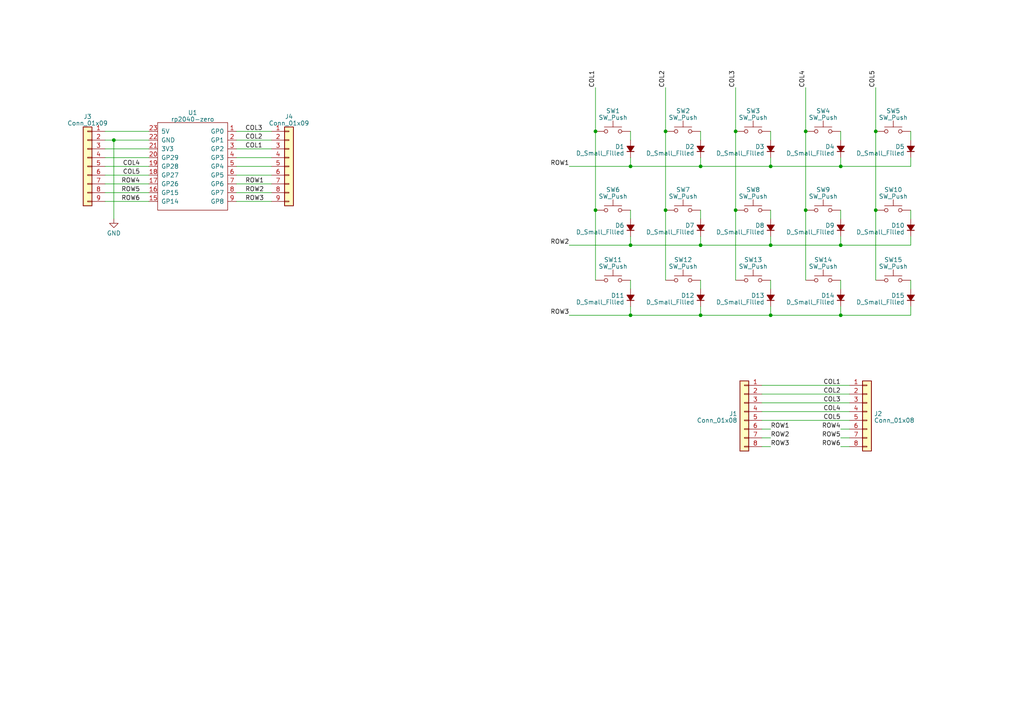
<source format=kicad_sch>
(kicad_sch
	(version 20231120)
	(generator "eeschema")
	(generator_version "8.0")
	(uuid "d77689e5-fcf6-4c2f-a0b5-d05f3cc1d3e5")
	(paper "A4")
	(lib_symbols
		(symbol "Connector_Generic:Conn_01x08"
			(pin_names
				(offset 1.016) hide)
			(exclude_from_sim no)
			(in_bom yes)
			(on_board yes)
			(property "Reference" "J"
				(at 0 10.16 0)
				(effects
					(font
						(size 1.27 1.27)
					)
				)
			)
			(property "Value" "Conn_01x08"
				(at 0 -12.7 0)
				(effects
					(font
						(size 1.27 1.27)
					)
				)
			)
			(property "Footprint" ""
				(at 0 0 0)
				(effects
					(font
						(size 1.27 1.27)
					)
					(hide yes)
				)
			)
			(property "Datasheet" "~"
				(at 0 0 0)
				(effects
					(font
						(size 1.27 1.27)
					)
					(hide yes)
				)
			)
			(property "Description" "Generic connector, single row, 01x08, script generated (kicad-library-utils/schlib/autogen/connector/)"
				(at 0 0 0)
				(effects
					(font
						(size 1.27 1.27)
					)
					(hide yes)
				)
			)
			(property "ki_keywords" "connector"
				(at 0 0 0)
				(effects
					(font
						(size 1.27 1.27)
					)
					(hide yes)
				)
			)
			(property "ki_fp_filters" "Connector*:*_1x??_*"
				(at 0 0 0)
				(effects
					(font
						(size 1.27 1.27)
					)
					(hide yes)
				)
			)
			(symbol "Conn_01x08_1_1"
				(rectangle
					(start -1.27 -10.033)
					(end 0 -10.287)
					(stroke
						(width 0.1524)
						(type default)
					)
					(fill
						(type none)
					)
				)
				(rectangle
					(start -1.27 -7.493)
					(end 0 -7.747)
					(stroke
						(width 0.1524)
						(type default)
					)
					(fill
						(type none)
					)
				)
				(rectangle
					(start -1.27 -4.953)
					(end 0 -5.207)
					(stroke
						(width 0.1524)
						(type default)
					)
					(fill
						(type none)
					)
				)
				(rectangle
					(start -1.27 -2.413)
					(end 0 -2.667)
					(stroke
						(width 0.1524)
						(type default)
					)
					(fill
						(type none)
					)
				)
				(rectangle
					(start -1.27 0.127)
					(end 0 -0.127)
					(stroke
						(width 0.1524)
						(type default)
					)
					(fill
						(type none)
					)
				)
				(rectangle
					(start -1.27 2.667)
					(end 0 2.413)
					(stroke
						(width 0.1524)
						(type default)
					)
					(fill
						(type none)
					)
				)
				(rectangle
					(start -1.27 5.207)
					(end 0 4.953)
					(stroke
						(width 0.1524)
						(type default)
					)
					(fill
						(type none)
					)
				)
				(rectangle
					(start -1.27 7.747)
					(end 0 7.493)
					(stroke
						(width 0.1524)
						(type default)
					)
					(fill
						(type none)
					)
				)
				(rectangle
					(start -1.27 8.89)
					(end 1.27 -11.43)
					(stroke
						(width 0.254)
						(type default)
					)
					(fill
						(type background)
					)
				)
				(pin passive line
					(at -5.08 7.62 0)
					(length 3.81)
					(name "Pin_1"
						(effects
							(font
								(size 1.27 1.27)
							)
						)
					)
					(number "1"
						(effects
							(font
								(size 1.27 1.27)
							)
						)
					)
				)
				(pin passive line
					(at -5.08 5.08 0)
					(length 3.81)
					(name "Pin_2"
						(effects
							(font
								(size 1.27 1.27)
							)
						)
					)
					(number "2"
						(effects
							(font
								(size 1.27 1.27)
							)
						)
					)
				)
				(pin passive line
					(at -5.08 2.54 0)
					(length 3.81)
					(name "Pin_3"
						(effects
							(font
								(size 1.27 1.27)
							)
						)
					)
					(number "3"
						(effects
							(font
								(size 1.27 1.27)
							)
						)
					)
				)
				(pin passive line
					(at -5.08 0 0)
					(length 3.81)
					(name "Pin_4"
						(effects
							(font
								(size 1.27 1.27)
							)
						)
					)
					(number "4"
						(effects
							(font
								(size 1.27 1.27)
							)
						)
					)
				)
				(pin passive line
					(at -5.08 -2.54 0)
					(length 3.81)
					(name "Pin_5"
						(effects
							(font
								(size 1.27 1.27)
							)
						)
					)
					(number "5"
						(effects
							(font
								(size 1.27 1.27)
							)
						)
					)
				)
				(pin passive line
					(at -5.08 -5.08 0)
					(length 3.81)
					(name "Pin_6"
						(effects
							(font
								(size 1.27 1.27)
							)
						)
					)
					(number "6"
						(effects
							(font
								(size 1.27 1.27)
							)
						)
					)
				)
				(pin passive line
					(at -5.08 -7.62 0)
					(length 3.81)
					(name "Pin_7"
						(effects
							(font
								(size 1.27 1.27)
							)
						)
					)
					(number "7"
						(effects
							(font
								(size 1.27 1.27)
							)
						)
					)
				)
				(pin passive line
					(at -5.08 -10.16 0)
					(length 3.81)
					(name "Pin_8"
						(effects
							(font
								(size 1.27 1.27)
							)
						)
					)
					(number "8"
						(effects
							(font
								(size 1.27 1.27)
							)
						)
					)
				)
			)
		)
		(symbol "Connector_Generic:Conn_01x09"
			(pin_names
				(offset 1.016) hide)
			(exclude_from_sim no)
			(in_bom yes)
			(on_board yes)
			(property "Reference" "J"
				(at 0 12.7 0)
				(effects
					(font
						(size 1.27 1.27)
					)
				)
			)
			(property "Value" "Conn_01x09"
				(at 0 -12.7 0)
				(effects
					(font
						(size 1.27 1.27)
					)
				)
			)
			(property "Footprint" ""
				(at 0 0 0)
				(effects
					(font
						(size 1.27 1.27)
					)
					(hide yes)
				)
			)
			(property "Datasheet" "~"
				(at 0 0 0)
				(effects
					(font
						(size 1.27 1.27)
					)
					(hide yes)
				)
			)
			(property "Description" "Generic connector, single row, 01x09, script generated (kicad-library-utils/schlib/autogen/connector/)"
				(at 0 0 0)
				(effects
					(font
						(size 1.27 1.27)
					)
					(hide yes)
				)
			)
			(property "ki_keywords" "connector"
				(at 0 0 0)
				(effects
					(font
						(size 1.27 1.27)
					)
					(hide yes)
				)
			)
			(property "ki_fp_filters" "Connector*:*_1x??_*"
				(at 0 0 0)
				(effects
					(font
						(size 1.27 1.27)
					)
					(hide yes)
				)
			)
			(symbol "Conn_01x09_1_1"
				(rectangle
					(start -1.27 -10.033)
					(end 0 -10.287)
					(stroke
						(width 0.1524)
						(type default)
					)
					(fill
						(type none)
					)
				)
				(rectangle
					(start -1.27 -7.493)
					(end 0 -7.747)
					(stroke
						(width 0.1524)
						(type default)
					)
					(fill
						(type none)
					)
				)
				(rectangle
					(start -1.27 -4.953)
					(end 0 -5.207)
					(stroke
						(width 0.1524)
						(type default)
					)
					(fill
						(type none)
					)
				)
				(rectangle
					(start -1.27 -2.413)
					(end 0 -2.667)
					(stroke
						(width 0.1524)
						(type default)
					)
					(fill
						(type none)
					)
				)
				(rectangle
					(start -1.27 0.127)
					(end 0 -0.127)
					(stroke
						(width 0.1524)
						(type default)
					)
					(fill
						(type none)
					)
				)
				(rectangle
					(start -1.27 2.667)
					(end 0 2.413)
					(stroke
						(width 0.1524)
						(type default)
					)
					(fill
						(type none)
					)
				)
				(rectangle
					(start -1.27 5.207)
					(end 0 4.953)
					(stroke
						(width 0.1524)
						(type default)
					)
					(fill
						(type none)
					)
				)
				(rectangle
					(start -1.27 7.747)
					(end 0 7.493)
					(stroke
						(width 0.1524)
						(type default)
					)
					(fill
						(type none)
					)
				)
				(rectangle
					(start -1.27 10.287)
					(end 0 10.033)
					(stroke
						(width 0.1524)
						(type default)
					)
					(fill
						(type none)
					)
				)
				(rectangle
					(start -1.27 11.43)
					(end 1.27 -11.43)
					(stroke
						(width 0.254)
						(type default)
					)
					(fill
						(type background)
					)
				)
				(pin passive line
					(at -5.08 10.16 0)
					(length 3.81)
					(name "Pin_1"
						(effects
							(font
								(size 1.27 1.27)
							)
						)
					)
					(number "1"
						(effects
							(font
								(size 1.27 1.27)
							)
						)
					)
				)
				(pin passive line
					(at -5.08 7.62 0)
					(length 3.81)
					(name "Pin_2"
						(effects
							(font
								(size 1.27 1.27)
							)
						)
					)
					(number "2"
						(effects
							(font
								(size 1.27 1.27)
							)
						)
					)
				)
				(pin passive line
					(at -5.08 5.08 0)
					(length 3.81)
					(name "Pin_3"
						(effects
							(font
								(size 1.27 1.27)
							)
						)
					)
					(number "3"
						(effects
							(font
								(size 1.27 1.27)
							)
						)
					)
				)
				(pin passive line
					(at -5.08 2.54 0)
					(length 3.81)
					(name "Pin_4"
						(effects
							(font
								(size 1.27 1.27)
							)
						)
					)
					(number "4"
						(effects
							(font
								(size 1.27 1.27)
							)
						)
					)
				)
				(pin passive line
					(at -5.08 0 0)
					(length 3.81)
					(name "Pin_5"
						(effects
							(font
								(size 1.27 1.27)
							)
						)
					)
					(number "5"
						(effects
							(font
								(size 1.27 1.27)
							)
						)
					)
				)
				(pin passive line
					(at -5.08 -2.54 0)
					(length 3.81)
					(name "Pin_6"
						(effects
							(font
								(size 1.27 1.27)
							)
						)
					)
					(number "6"
						(effects
							(font
								(size 1.27 1.27)
							)
						)
					)
				)
				(pin passive line
					(at -5.08 -5.08 0)
					(length 3.81)
					(name "Pin_7"
						(effects
							(font
								(size 1.27 1.27)
							)
						)
					)
					(number "7"
						(effects
							(font
								(size 1.27 1.27)
							)
						)
					)
				)
				(pin passive line
					(at -5.08 -7.62 0)
					(length 3.81)
					(name "Pin_8"
						(effects
							(font
								(size 1.27 1.27)
							)
						)
					)
					(number "8"
						(effects
							(font
								(size 1.27 1.27)
							)
						)
					)
				)
				(pin passive line
					(at -5.08 -10.16 0)
					(length 3.81)
					(name "Pin_9"
						(effects
							(font
								(size 1.27 1.27)
							)
						)
					)
					(number "9"
						(effects
							(font
								(size 1.27 1.27)
							)
						)
					)
				)
			)
		)
		(symbol "Device:D_Small_Filled"
			(pin_numbers hide)
			(pin_names
				(offset 0.254) hide)
			(exclude_from_sim no)
			(in_bom yes)
			(on_board yes)
			(property "Reference" "D"
				(at -1.27 2.032 0)
				(effects
					(font
						(size 1.27 1.27)
					)
					(justify left)
				)
			)
			(property "Value" "D_Small_Filled"
				(at -3.81 -2.032 0)
				(effects
					(font
						(size 1.27 1.27)
					)
					(justify left)
				)
			)
			(property "Footprint" ""
				(at 0 0 90)
				(effects
					(font
						(size 1.27 1.27)
					)
					(hide yes)
				)
			)
			(property "Datasheet" "~"
				(at 0 0 90)
				(effects
					(font
						(size 1.27 1.27)
					)
					(hide yes)
				)
			)
			(property "Description" "Diode, small symbol, filled shape"
				(at 0 0 0)
				(effects
					(font
						(size 1.27 1.27)
					)
					(hide yes)
				)
			)
			(property "Sim.Device" "D"
				(at 0 0 0)
				(effects
					(font
						(size 1.27 1.27)
					)
					(hide yes)
				)
			)
			(property "Sim.Pins" "1=K 2=A"
				(at 0 0 0)
				(effects
					(font
						(size 1.27 1.27)
					)
					(hide yes)
				)
			)
			(property "ki_keywords" "diode"
				(at 0 0 0)
				(effects
					(font
						(size 1.27 1.27)
					)
					(hide yes)
				)
			)
			(property "ki_fp_filters" "TO-???* *_Diode_* *SingleDiode* D_*"
				(at 0 0 0)
				(effects
					(font
						(size 1.27 1.27)
					)
					(hide yes)
				)
			)
			(symbol "D_Small_Filled_0_1"
				(polyline
					(pts
						(xy -0.762 -1.016) (xy -0.762 1.016)
					)
					(stroke
						(width 0.254)
						(type default)
					)
					(fill
						(type none)
					)
				)
				(polyline
					(pts
						(xy -0.762 0) (xy 0.762 0)
					)
					(stroke
						(width 0)
						(type default)
					)
					(fill
						(type none)
					)
				)
				(polyline
					(pts
						(xy 0.762 -1.016) (xy -0.762 0) (xy 0.762 1.016) (xy 0.762 -1.016)
					)
					(stroke
						(width 0.254)
						(type default)
					)
					(fill
						(type outline)
					)
				)
			)
			(symbol "D_Small_Filled_1_1"
				(pin passive line
					(at -2.54 0 0)
					(length 1.778)
					(name "K"
						(effects
							(font
								(size 1.27 1.27)
							)
						)
					)
					(number "1"
						(effects
							(font
								(size 1.27 1.27)
							)
						)
					)
				)
				(pin passive line
					(at 2.54 0 180)
					(length 1.778)
					(name "A"
						(effects
							(font
								(size 1.27 1.27)
							)
						)
					)
					(number "2"
						(effects
							(font
								(size 1.27 1.27)
							)
						)
					)
				)
			)
		)
		(symbol "Switch:SW_Push"
			(pin_numbers hide)
			(pin_names
				(offset 1.016) hide)
			(exclude_from_sim no)
			(in_bom yes)
			(on_board yes)
			(property "Reference" "SW"
				(at 1.27 2.54 0)
				(effects
					(font
						(size 1.27 1.27)
					)
					(justify left)
				)
			)
			(property "Value" "SW_Push"
				(at 0 -1.524 0)
				(effects
					(font
						(size 1.27 1.27)
					)
				)
			)
			(property "Footprint" ""
				(at 0 5.08 0)
				(effects
					(font
						(size 1.27 1.27)
					)
					(hide yes)
				)
			)
			(property "Datasheet" "~"
				(at 0 5.08 0)
				(effects
					(font
						(size 1.27 1.27)
					)
					(hide yes)
				)
			)
			(property "Description" "Push button switch, generic, two pins"
				(at 0 0 0)
				(effects
					(font
						(size 1.27 1.27)
					)
					(hide yes)
				)
			)
			(property "ki_keywords" "switch normally-open pushbutton push-button"
				(at 0 0 0)
				(effects
					(font
						(size 1.27 1.27)
					)
					(hide yes)
				)
			)
			(symbol "SW_Push_0_1"
				(circle
					(center -2.032 0)
					(radius 0.508)
					(stroke
						(width 0)
						(type default)
					)
					(fill
						(type none)
					)
				)
				(polyline
					(pts
						(xy 0 1.27) (xy 0 3.048)
					)
					(stroke
						(width 0)
						(type default)
					)
					(fill
						(type none)
					)
				)
				(polyline
					(pts
						(xy 2.54 1.27) (xy -2.54 1.27)
					)
					(stroke
						(width 0)
						(type default)
					)
					(fill
						(type none)
					)
				)
				(circle
					(center 2.032 0)
					(radius 0.508)
					(stroke
						(width 0)
						(type default)
					)
					(fill
						(type none)
					)
				)
				(pin passive line
					(at -5.08 0 0)
					(length 2.54)
					(name "1"
						(effects
							(font
								(size 1.27 1.27)
							)
						)
					)
					(number "1"
						(effects
							(font
								(size 1.27 1.27)
							)
						)
					)
				)
				(pin passive line
					(at 5.08 0 180)
					(length 2.54)
					(name "2"
						(effects
							(font
								(size 1.27 1.27)
							)
						)
					)
					(number "2"
						(effects
							(font
								(size 1.27 1.27)
							)
						)
					)
				)
			)
		)
		(symbol "dm9_symbols:rp2040-zero-side-only"
			(pin_names
				(offset 1.016)
			)
			(exclude_from_sim no)
			(in_bom yes)
			(on_board yes)
			(property "Reference" "U"
				(at 0 15.24 0)
				(effects
					(font
						(size 1.27 1.27)
					)
				)
			)
			(property "Value" "rp2040-zero"
				(at 0 12.7 0)
				(effects
					(font
						(size 1.27 1.27)
					)
				)
			)
			(property "Footprint" ""
				(at -8.89 5.08 0)
				(effects
					(font
						(size 1.27 1.27)
					)
					(hide yes)
				)
			)
			(property "Datasheet" ""
				(at -8.89 5.08 0)
				(effects
					(font
						(size 1.27 1.27)
					)
					(hide yes)
				)
			)
			(property "Description" ""
				(at 0 0 0)
				(effects
					(font
						(size 1.27 1.27)
					)
					(hide yes)
				)
			)
			(symbol "rp2040-zero-side-only_0_1"
				(rectangle
					(start -10.16 11.43)
					(end 10.16 -13.97)
					(stroke
						(width 0)
						(type default)
					)
					(fill
						(type none)
					)
				)
			)
			(symbol "rp2040-zero-side-only_1_1"
				(pin bidirectional line
					(at 12.7 8.89 180)
					(length 2.54)
					(name "GP0"
						(effects
							(font
								(size 1.27 1.27)
							)
						)
					)
					(number "1"
						(effects
							(font
								(size 1.27 1.27)
							)
						)
					)
				)
				(pin bidirectional line
					(at -12.7 -11.43 0)
					(length 2.54)
					(name "GP14"
						(effects
							(font
								(size 1.27 1.27)
							)
						)
					)
					(number "15"
						(effects
							(font
								(size 1.27 1.27)
							)
						)
					)
				)
				(pin bidirectional line
					(at -12.7 -8.89 0)
					(length 2.54)
					(name "GP15"
						(effects
							(font
								(size 1.27 1.27)
							)
						)
					)
					(number "16"
						(effects
							(font
								(size 1.27 1.27)
							)
						)
					)
				)
				(pin bidirectional line
					(at -12.7 -6.35 0)
					(length 2.54)
					(name "GP26"
						(effects
							(font
								(size 1.27 1.27)
							)
						)
					)
					(number "17"
						(effects
							(font
								(size 1.27 1.27)
							)
						)
					)
				)
				(pin bidirectional line
					(at -12.7 -3.81 0)
					(length 2.54)
					(name "GP27"
						(effects
							(font
								(size 1.27 1.27)
							)
						)
					)
					(number "18"
						(effects
							(font
								(size 1.27 1.27)
							)
						)
					)
				)
				(pin bidirectional line
					(at -12.7 -1.27 0)
					(length 2.54)
					(name "GP28"
						(effects
							(font
								(size 1.27 1.27)
							)
						)
					)
					(number "19"
						(effects
							(font
								(size 1.27 1.27)
							)
						)
					)
				)
				(pin bidirectional line
					(at 12.7 6.35 180)
					(length 2.54)
					(name "GP1"
						(effects
							(font
								(size 1.27 1.27)
							)
						)
					)
					(number "2"
						(effects
							(font
								(size 1.27 1.27)
							)
						)
					)
				)
				(pin bidirectional line
					(at -12.7 1.27 0)
					(length 2.54)
					(name "GP29"
						(effects
							(font
								(size 1.27 1.27)
							)
						)
					)
					(number "20"
						(effects
							(font
								(size 1.27 1.27)
							)
						)
					)
				)
				(pin power_out line
					(at -12.7 3.81 0)
					(length 2.54)
					(name "3V3"
						(effects
							(font
								(size 1.27 1.27)
							)
						)
					)
					(number "21"
						(effects
							(font
								(size 1.27 1.27)
							)
						)
					)
				)
				(pin power_out line
					(at -12.7 6.35 0)
					(length 2.54)
					(name "GND"
						(effects
							(font
								(size 1.27 1.27)
							)
						)
					)
					(number "22"
						(effects
							(font
								(size 1.27 1.27)
							)
						)
					)
				)
				(pin power_out line
					(at -12.7 8.89 0)
					(length 2.54)
					(name "5V"
						(effects
							(font
								(size 1.27 1.27)
							)
						)
					)
					(number "23"
						(effects
							(font
								(size 1.27 1.27)
							)
						)
					)
				)
				(pin bidirectional line
					(at 12.7 3.81 180)
					(length 2.54)
					(name "GP2"
						(effects
							(font
								(size 1.27 1.27)
							)
						)
					)
					(number "3"
						(effects
							(font
								(size 1.27 1.27)
							)
						)
					)
				)
				(pin bidirectional line
					(at 12.7 1.27 180)
					(length 2.54)
					(name "GP3"
						(effects
							(font
								(size 1.27 1.27)
							)
						)
					)
					(number "4"
						(effects
							(font
								(size 1.27 1.27)
							)
						)
					)
				)
				(pin bidirectional line
					(at 12.7 -1.27 180)
					(length 2.54)
					(name "GP4"
						(effects
							(font
								(size 1.27 1.27)
							)
						)
					)
					(number "5"
						(effects
							(font
								(size 1.27 1.27)
							)
						)
					)
				)
				(pin bidirectional line
					(at 12.7 -3.81 180)
					(length 2.54)
					(name "GP5"
						(effects
							(font
								(size 1.27 1.27)
							)
						)
					)
					(number "6"
						(effects
							(font
								(size 1.27 1.27)
							)
						)
					)
				)
				(pin bidirectional line
					(at 12.7 -6.35 180)
					(length 2.54)
					(name "GP6"
						(effects
							(font
								(size 1.27 1.27)
							)
						)
					)
					(number "7"
						(effects
							(font
								(size 1.27 1.27)
							)
						)
					)
				)
				(pin bidirectional line
					(at 12.7 -8.89 180)
					(length 2.54)
					(name "GP7"
						(effects
							(font
								(size 1.27 1.27)
							)
						)
					)
					(number "8"
						(effects
							(font
								(size 1.27 1.27)
							)
						)
					)
				)
				(pin bidirectional line
					(at 12.7 -11.43 180)
					(length 2.54)
					(name "GP8"
						(effects
							(font
								(size 1.27 1.27)
							)
						)
					)
					(number "9"
						(effects
							(font
								(size 1.27 1.27)
							)
						)
					)
				)
			)
		)
		(symbol "power:GND"
			(power)
			(pin_names
				(offset 0)
			)
			(exclude_from_sim no)
			(in_bom yes)
			(on_board yes)
			(property "Reference" "#PWR"
				(at 0 -6.35 0)
				(effects
					(font
						(size 1.27 1.27)
					)
					(hide yes)
				)
			)
			(property "Value" "GND"
				(at 0 -3.81 0)
				(effects
					(font
						(size 1.27 1.27)
					)
				)
			)
			(property "Footprint" ""
				(at 0 0 0)
				(effects
					(font
						(size 1.27 1.27)
					)
					(hide yes)
				)
			)
			(property "Datasheet" ""
				(at 0 0 0)
				(effects
					(font
						(size 1.27 1.27)
					)
					(hide yes)
				)
			)
			(property "Description" "Power symbol creates a global label with name \"GND\" , ground"
				(at 0 0 0)
				(effects
					(font
						(size 1.27 1.27)
					)
					(hide yes)
				)
			)
			(property "ki_keywords" "global power"
				(at 0 0 0)
				(effects
					(font
						(size 1.27 1.27)
					)
					(hide yes)
				)
			)
			(symbol "GND_0_1"
				(polyline
					(pts
						(xy 0 0) (xy 0 -1.27) (xy 1.27 -1.27) (xy 0 -2.54) (xy -1.27 -1.27) (xy 0 -1.27)
					)
					(stroke
						(width 0)
						(type default)
					)
					(fill
						(type none)
					)
				)
			)
			(symbol "GND_1_1"
				(pin power_in line
					(at 0 0 270)
					(length 0) hide
					(name "GND"
						(effects
							(font
								(size 1.27 1.27)
							)
						)
					)
					(number "1"
						(effects
							(font
								(size 1.27 1.27)
							)
						)
					)
				)
			)
		)
	)
	(junction
		(at 223.52 71.12)
		(diameter 0)
		(color 0 0 0 0)
		(uuid "001b67be-6b3e-4507-b79b-416481445d4d")
	)
	(junction
		(at 33.02 40.64)
		(diameter 0)
		(color 0 0 0 0)
		(uuid "02d8164c-19fb-45b1-a7b8-810e3f3b43f1")
	)
	(junction
		(at 243.84 48.26)
		(diameter 0)
		(color 0 0 0 0)
		(uuid "0cc37af3-2c76-4bfb-9b8e-9ceafb0f12d8")
	)
	(junction
		(at 172.72 60.96)
		(diameter 0)
		(color 0 0 0 0)
		(uuid "2c89ffc4-6fad-45f5-8421-3774225e0d26")
	)
	(junction
		(at 233.68 38.1)
		(diameter 0)
		(color 0 0 0 0)
		(uuid "364b2f12-cc36-4133-ae32-f1e52302b632")
	)
	(junction
		(at 233.68 60.96)
		(diameter 0)
		(color 0 0 0 0)
		(uuid "3aa161f5-a987-43f0-a20d-163590b7b3ad")
	)
	(junction
		(at 193.04 60.96)
		(diameter 0)
		(color 0 0 0 0)
		(uuid "3f2e4807-8a8f-4727-a5bf-ce4a13116203")
	)
	(junction
		(at 182.88 91.44)
		(diameter 0)
		(color 0 0 0 0)
		(uuid "44d6c840-7d9f-426b-86a4-b3277f566aa0")
	)
	(junction
		(at 254 60.96)
		(diameter 0)
		(color 0 0 0 0)
		(uuid "5314acf6-6f79-40f3-a90e-db8269a0fb3c")
	)
	(junction
		(at 172.72 38.1)
		(diameter 0)
		(color 0 0 0 0)
		(uuid "69b20244-d4b0-462f-8a4f-f110aeb0cb76")
	)
	(junction
		(at 203.2 91.44)
		(diameter 0)
		(color 0 0 0 0)
		(uuid "7666d1e1-8a41-4d6c-951a-25c3d49ccc0d")
	)
	(junction
		(at 203.2 71.12)
		(diameter 0)
		(color 0 0 0 0)
		(uuid "8012767d-84f9-42ec-9ad1-0f61061f3f11")
	)
	(junction
		(at 243.84 71.12)
		(diameter 0)
		(color 0 0 0 0)
		(uuid "8128cd47-920a-43b5-859a-e4ab380322e5")
	)
	(junction
		(at 243.84 91.44)
		(diameter 0)
		(color 0 0 0 0)
		(uuid "90973ac0-af6a-4686-a575-2074106f26fb")
	)
	(junction
		(at 182.88 71.12)
		(diameter 0)
		(color 0 0 0 0)
		(uuid "a9817550-e56a-4c03-926b-71132b61d63f")
	)
	(junction
		(at 213.36 60.96)
		(diameter 0)
		(color 0 0 0 0)
		(uuid "adc63586-37fd-4364-99c8-364f0269addd")
	)
	(junction
		(at 223.52 48.26)
		(diameter 0)
		(color 0 0 0 0)
		(uuid "b90e06ed-f5a1-4997-bf73-5f67e5149113")
	)
	(junction
		(at 254 38.1)
		(diameter 0)
		(color 0 0 0 0)
		(uuid "ba271a64-242b-4126-b9b6-1ebbb7bc581d")
	)
	(junction
		(at 193.04 38.1)
		(diameter 0)
		(color 0 0 0 0)
		(uuid "bdf269b7-4b38-4e0f-8380-45b50d5b3e6b")
	)
	(junction
		(at 223.52 91.44)
		(diameter 0)
		(color 0 0 0 0)
		(uuid "c006e709-cba9-45fc-92e0-624c79491203")
	)
	(junction
		(at 203.2 48.26)
		(diameter 0)
		(color 0 0 0 0)
		(uuid "c288d887-04b4-4b11-a148-e1b4a7069404")
	)
	(junction
		(at 213.36 38.1)
		(diameter 0)
		(color 0 0 0 0)
		(uuid "c8151029-1460-4a31-a32c-9dcfb6430705")
	)
	(junction
		(at 182.88 48.26)
		(diameter 0)
		(color 0 0 0 0)
		(uuid "e1a4fe37-b08f-4387-947f-66298a038d0b")
	)
	(wire
		(pts
			(xy 264.16 38.1) (xy 264.16 40.64)
		)
		(stroke
			(width 0)
			(type default)
		)
		(uuid "0aef486c-e695-4833-8642-2dbc8ad454f4")
	)
	(wire
		(pts
			(xy 165.1 71.12) (xy 182.88 71.12)
		)
		(stroke
			(width 0)
			(type default)
		)
		(uuid "0c1481e0-c5cc-487e-b6cb-689cef718465")
	)
	(wire
		(pts
			(xy 223.52 68.58) (xy 223.52 71.12)
		)
		(stroke
			(width 0)
			(type default)
		)
		(uuid "0c1fcdf0-644a-4671-af5d-30b8166e64ca")
	)
	(wire
		(pts
			(xy 223.52 81.28) (xy 223.52 83.82)
		)
		(stroke
			(width 0)
			(type default)
		)
		(uuid "0cae4f50-b80c-4710-bbd7-528c07d31ab6")
	)
	(wire
		(pts
			(xy 223.52 91.44) (xy 243.84 91.44)
		)
		(stroke
			(width 0)
			(type default)
		)
		(uuid "19b285d7-f1af-45b9-88af-4bc1af37d988")
	)
	(wire
		(pts
			(xy 223.52 48.26) (xy 243.84 48.26)
		)
		(stroke
			(width 0)
			(type default)
		)
		(uuid "1b7834d0-d51b-40de-ae70-f990f6a5ac7c")
	)
	(wire
		(pts
			(xy 172.72 60.96) (xy 172.72 81.28)
		)
		(stroke
			(width 0)
			(type default)
		)
		(uuid "1d7ccf42-e45e-4d5c-8d4a-8898b36f84ec")
	)
	(wire
		(pts
			(xy 264.16 88.9) (xy 264.16 91.44)
		)
		(stroke
			(width 0)
			(type default)
		)
		(uuid "1f1b8192-dd6a-4145-9df0-ef3f5047c63e")
	)
	(wire
		(pts
			(xy 68.58 50.8) (xy 78.74 50.8)
		)
		(stroke
			(width 0)
			(type default)
		)
		(uuid "2454f4bd-5bcf-4327-885a-e3e6a73d3b15")
	)
	(wire
		(pts
			(xy 233.68 38.1) (xy 233.68 60.96)
		)
		(stroke
			(width 0)
			(type default)
		)
		(uuid "26125909-b644-4ed5-bfba-1960d091ca0b")
	)
	(wire
		(pts
			(xy 203.2 45.72) (xy 203.2 48.26)
		)
		(stroke
			(width 0)
			(type default)
		)
		(uuid "28928ee9-b24b-4ae3-9b5a-d0c8d2a91a25")
	)
	(wire
		(pts
			(xy 43.18 40.64) (xy 33.02 40.64)
		)
		(stroke
			(width 0)
			(type default)
		)
		(uuid "29158628-f6ca-4018-9099-2ce9aecc9cef")
	)
	(wire
		(pts
			(xy 254 25.4) (xy 254 38.1)
		)
		(stroke
			(width 0)
			(type default)
		)
		(uuid "2f6eae0e-01f1-4702-8abe-909098a5af8d")
	)
	(wire
		(pts
			(xy 68.58 40.64) (xy 78.74 40.64)
		)
		(stroke
			(width 0)
			(type default)
		)
		(uuid "3643bd6f-acc2-45f0-8a87-797a2d6fef7a")
	)
	(wire
		(pts
			(xy 33.02 40.64) (xy 30.48 40.64)
		)
		(stroke
			(width 0)
			(type default)
		)
		(uuid "367df87d-9fb9-42e3-b33e-2607c7bfaf70")
	)
	(wire
		(pts
			(xy 30.48 53.34) (xy 43.18 53.34)
		)
		(stroke
			(width 0)
			(type default)
		)
		(uuid "39ff9807-1c80-413e-94cf-40085e35b765")
	)
	(wire
		(pts
			(xy 220.98 127) (xy 223.52 127)
		)
		(stroke
			(width 0)
			(type default)
		)
		(uuid "3a11d174-4707-4ae5-98eb-b7718a6f9d9d")
	)
	(wire
		(pts
			(xy 68.58 48.26) (xy 78.74 48.26)
		)
		(stroke
			(width 0)
			(type default)
		)
		(uuid "3b2296c8-ba92-4661-9aa8-bbd96423a1b3")
	)
	(wire
		(pts
			(xy 254 60.96) (xy 254 81.28)
		)
		(stroke
			(width 0)
			(type default)
		)
		(uuid "40d3dfa0-b296-4bd2-860b-7654f19ed94c")
	)
	(wire
		(pts
			(xy 220.98 129.54) (xy 223.52 129.54)
		)
		(stroke
			(width 0)
			(type default)
		)
		(uuid "439fda38-656a-4df0-8bb5-b4ae50e4d40e")
	)
	(wire
		(pts
			(xy 193.04 38.1) (xy 193.04 60.96)
		)
		(stroke
			(width 0)
			(type default)
		)
		(uuid "442aa1da-08f6-4711-b5e7-e1c85fa55e58")
	)
	(wire
		(pts
			(xy 68.58 55.88) (xy 78.74 55.88)
		)
		(stroke
			(width 0)
			(type default)
		)
		(uuid "45872a75-db50-436c-9bce-0cda1c19c753")
	)
	(wire
		(pts
			(xy 233.68 60.96) (xy 233.68 81.28)
		)
		(stroke
			(width 0)
			(type default)
		)
		(uuid "493eb147-e5c2-429c-a8ba-16b692cd85ae")
	)
	(wire
		(pts
			(xy 203.2 71.12) (xy 223.52 71.12)
		)
		(stroke
			(width 0)
			(type default)
		)
		(uuid "4a3e9824-219b-409f-a350-a9302b5cdb74")
	)
	(wire
		(pts
			(xy 223.52 45.72) (xy 223.52 48.26)
		)
		(stroke
			(width 0)
			(type default)
		)
		(uuid "4cba8719-1685-4e3b-a315-704c484d7663")
	)
	(wire
		(pts
			(xy 264.16 81.28) (xy 264.16 83.82)
		)
		(stroke
			(width 0)
			(type default)
		)
		(uuid "51716126-6cec-4bc6-8572-52b8d05fc90c")
	)
	(wire
		(pts
			(xy 68.58 45.72) (xy 78.74 45.72)
		)
		(stroke
			(width 0)
			(type default)
		)
		(uuid "55fe4b91-1b97-49ed-b7e1-716f70dd5325")
	)
	(wire
		(pts
			(xy 182.88 45.72) (xy 182.88 48.26)
		)
		(stroke
			(width 0)
			(type default)
		)
		(uuid "59a44f50-ccec-4351-a4f9-ac37a2aed95c")
	)
	(wire
		(pts
			(xy 264.16 45.72) (xy 264.16 48.26)
		)
		(stroke
			(width 0)
			(type default)
		)
		(uuid "5a50058e-50c6-4cb6-a526-b404a20fbdfe")
	)
	(wire
		(pts
			(xy 220.98 119.38) (xy 246.38 119.38)
		)
		(stroke
			(width 0)
			(type default)
		)
		(uuid "617a2f80-0d0a-41b0-b223-9a85548b05b8")
	)
	(wire
		(pts
			(xy 223.52 88.9) (xy 223.52 91.44)
		)
		(stroke
			(width 0)
			(type default)
		)
		(uuid "65e8755c-f608-445e-bf7d-6ff756a92c5c")
	)
	(wire
		(pts
			(xy 30.48 55.88) (xy 43.18 55.88)
		)
		(stroke
			(width 0)
			(type default)
		)
		(uuid "66281013-9a34-4245-8d60-c0d5e46eae2c")
	)
	(wire
		(pts
			(xy 182.88 38.1) (xy 182.88 40.64)
		)
		(stroke
			(width 0)
			(type default)
		)
		(uuid "66c4d0bc-ae45-4f83-81cb-ef7f9953955e")
	)
	(wire
		(pts
			(xy 243.84 38.1) (xy 243.84 40.64)
		)
		(stroke
			(width 0)
			(type default)
		)
		(uuid "670cf845-86ff-430a-a210-e20710fe1205")
	)
	(wire
		(pts
			(xy 182.88 71.12) (xy 203.2 71.12)
		)
		(stroke
			(width 0)
			(type default)
		)
		(uuid "6a1e0355-c944-4b81-8074-7523b183f22a")
	)
	(wire
		(pts
			(xy 182.88 88.9) (xy 182.88 91.44)
		)
		(stroke
			(width 0)
			(type default)
		)
		(uuid "6a282c47-9011-467b-9f30-f9a9d8475b3d")
	)
	(wire
		(pts
			(xy 30.48 50.8) (xy 43.18 50.8)
		)
		(stroke
			(width 0)
			(type default)
		)
		(uuid "6a66e61e-8011-4a4d-899f-2046ed12cfe6")
	)
	(wire
		(pts
			(xy 213.36 25.4) (xy 213.36 38.1)
		)
		(stroke
			(width 0)
			(type default)
		)
		(uuid "6aa6d21a-265f-4bd2-9eec-68cce731addd")
	)
	(wire
		(pts
			(xy 30.48 38.1) (xy 43.18 38.1)
		)
		(stroke
			(width 0)
			(type default)
		)
		(uuid "6d992940-5caa-4990-aa82-e326f9048756")
	)
	(wire
		(pts
			(xy 165.1 91.44) (xy 182.88 91.44)
		)
		(stroke
			(width 0)
			(type default)
		)
		(uuid "73c2af32-2c26-4ad1-9a0a-2a55140888a5")
	)
	(wire
		(pts
			(xy 182.88 68.58) (xy 182.88 71.12)
		)
		(stroke
			(width 0)
			(type default)
		)
		(uuid "755485a4-c8b5-4399-b2d9-8478bb8145a8")
	)
	(wire
		(pts
			(xy 243.84 48.26) (xy 264.16 48.26)
		)
		(stroke
			(width 0)
			(type default)
		)
		(uuid "7cec095f-783e-46db-8e00-9371b2019a91")
	)
	(wire
		(pts
			(xy 243.84 45.72) (xy 243.84 48.26)
		)
		(stroke
			(width 0)
			(type default)
		)
		(uuid "7ec3e115-0520-4df0-baee-4e3c1ddf62cf")
	)
	(wire
		(pts
			(xy 68.58 58.42) (xy 78.74 58.42)
		)
		(stroke
			(width 0)
			(type default)
		)
		(uuid "81a97738-aa08-4450-9310-0aa88b1f5318")
	)
	(wire
		(pts
			(xy 243.84 91.44) (xy 264.16 91.44)
		)
		(stroke
			(width 0)
			(type default)
		)
		(uuid "827fd77d-22fd-4ead-bf0f-504dd5d505c2")
	)
	(wire
		(pts
			(xy 213.36 60.96) (xy 213.36 81.28)
		)
		(stroke
			(width 0)
			(type default)
		)
		(uuid "83447ab9-e756-445e-82aa-775b12101614")
	)
	(wire
		(pts
			(xy 33.02 40.64) (xy 33.02 63.5)
		)
		(stroke
			(width 0)
			(type default)
		)
		(uuid "848dc538-6b9c-43be-81e3-ae456176fa84")
	)
	(wire
		(pts
			(xy 203.2 48.26) (xy 223.52 48.26)
		)
		(stroke
			(width 0)
			(type default)
		)
		(uuid "877261bf-bc5c-4030-8110-80f13df5f741")
	)
	(wire
		(pts
			(xy 30.48 58.42) (xy 43.18 58.42)
		)
		(stroke
			(width 0)
			(type default)
		)
		(uuid "87b353e9-b1c1-4a2a-8dca-08fb07f4a1ed")
	)
	(wire
		(pts
			(xy 243.84 60.96) (xy 243.84 63.5)
		)
		(stroke
			(width 0)
			(type default)
		)
		(uuid "8b09e358-5cc5-4be2-a582-43ef0c9469a4")
	)
	(wire
		(pts
			(xy 254 38.1) (xy 254 60.96)
		)
		(stroke
			(width 0)
			(type default)
		)
		(uuid "8b6a0e41-c7a7-429f-bb99-0c09e85c2b25")
	)
	(wire
		(pts
			(xy 243.84 124.46) (xy 246.38 124.46)
		)
		(stroke
			(width 0)
			(type default)
		)
		(uuid "8f4e7e72-3057-41e2-a381-9667efb577b9")
	)
	(wire
		(pts
			(xy 182.88 48.26) (xy 203.2 48.26)
		)
		(stroke
			(width 0)
			(type default)
		)
		(uuid "917cee29-0565-4c14-bcba-4c4bd6a230be")
	)
	(wire
		(pts
			(xy 213.36 38.1) (xy 213.36 60.96)
		)
		(stroke
			(width 0)
			(type default)
		)
		(uuid "91964bcc-9487-4135-af76-7ea867849601")
	)
	(wire
		(pts
			(xy 233.68 25.4) (xy 233.68 38.1)
		)
		(stroke
			(width 0)
			(type default)
		)
		(uuid "95e91cd0-8e89-49df-a57e-74d3ba8a3a0e")
	)
	(wire
		(pts
			(xy 243.84 88.9) (xy 243.84 91.44)
		)
		(stroke
			(width 0)
			(type default)
		)
		(uuid "9a7fb789-b4cc-4cb2-9041-5b848a5b0a28")
	)
	(wire
		(pts
			(xy 30.48 48.26) (xy 43.18 48.26)
		)
		(stroke
			(width 0)
			(type default)
		)
		(uuid "9a8355ec-640a-44cf-98c3-5ef74b3d52ff")
	)
	(wire
		(pts
			(xy 243.84 81.28) (xy 243.84 83.82)
		)
		(stroke
			(width 0)
			(type default)
		)
		(uuid "9ca73a6f-f00d-4a36-afe6-ff33c6f731ef")
	)
	(wire
		(pts
			(xy 203.2 91.44) (xy 223.52 91.44)
		)
		(stroke
			(width 0)
			(type default)
		)
		(uuid "9e2171b3-75c3-4a13-a378-d00602a9d38c")
	)
	(wire
		(pts
			(xy 172.72 25.4) (xy 172.72 38.1)
		)
		(stroke
			(width 0)
			(type default)
		)
		(uuid "9f74b749-3ba3-489a-85c3-0f0f30aefdd3")
	)
	(wire
		(pts
			(xy 68.58 38.1) (xy 78.74 38.1)
		)
		(stroke
			(width 0)
			(type default)
		)
		(uuid "a13a50c1-388a-4787-819c-9a87bffef65a")
	)
	(wire
		(pts
			(xy 220.98 124.46) (xy 223.52 124.46)
		)
		(stroke
			(width 0)
			(type default)
		)
		(uuid "a5e505dd-2793-4161-be6e-da7b9fb3a9bc")
	)
	(wire
		(pts
			(xy 182.88 60.96) (xy 182.88 63.5)
		)
		(stroke
			(width 0)
			(type default)
		)
		(uuid "a843c8bd-616e-46e4-907f-7d60cbe088e6")
	)
	(wire
		(pts
			(xy 193.04 25.4) (xy 193.04 38.1)
		)
		(stroke
			(width 0)
			(type default)
		)
		(uuid "a9828acb-ec5a-490b-9e7c-a265f3b1553a")
	)
	(wire
		(pts
			(xy 30.48 43.18) (xy 43.18 43.18)
		)
		(stroke
			(width 0)
			(type default)
		)
		(uuid "a99a8710-dcf7-44ba-a50b-17ebe38fc8f8")
	)
	(wire
		(pts
			(xy 220.98 114.3) (xy 246.38 114.3)
		)
		(stroke
			(width 0)
			(type default)
		)
		(uuid "ab520beb-a498-43f3-a552-443506a378bb")
	)
	(wire
		(pts
			(xy 68.58 43.18) (xy 78.74 43.18)
		)
		(stroke
			(width 0)
			(type default)
		)
		(uuid "ac9de92e-1f61-4777-8064-a406c2d978eb")
	)
	(wire
		(pts
			(xy 220.98 116.84) (xy 246.38 116.84)
		)
		(stroke
			(width 0)
			(type default)
		)
		(uuid "b1df1395-0f19-4609-a104-e625eec8f91d")
	)
	(wire
		(pts
			(xy 165.1 48.26) (xy 182.88 48.26)
		)
		(stroke
			(width 0)
			(type default)
		)
		(uuid "b96a7c1f-166c-481c-bab2-d04d2134b98b")
	)
	(wire
		(pts
			(xy 182.88 91.44) (xy 203.2 91.44)
		)
		(stroke
			(width 0)
			(type default)
		)
		(uuid "c0ee65de-02c6-4efb-b322-1f86ae3e26e8")
	)
	(wire
		(pts
			(xy 243.84 129.54) (xy 246.38 129.54)
		)
		(stroke
			(width 0)
			(type default)
		)
		(uuid "c8da1c12-bf78-4e8d-91f8-b79c37d940ea")
	)
	(wire
		(pts
			(xy 203.2 60.96) (xy 203.2 63.5)
		)
		(stroke
			(width 0)
			(type default)
		)
		(uuid "cf91b0aa-2d54-41f4-8b85-405be70d86d3")
	)
	(wire
		(pts
			(xy 68.58 53.34) (xy 78.74 53.34)
		)
		(stroke
			(width 0)
			(type default)
		)
		(uuid "d6b9519d-0d8d-49ac-89ea-3ea5f355052f")
	)
	(wire
		(pts
			(xy 203.2 68.58) (xy 203.2 71.12)
		)
		(stroke
			(width 0)
			(type default)
		)
		(uuid "d91f765a-4170-4540-a12e-9c2c361fb149")
	)
	(wire
		(pts
			(xy 203.2 88.9) (xy 203.2 91.44)
		)
		(stroke
			(width 0)
			(type default)
		)
		(uuid "d9dbd794-8eab-4c7f-933a-8cdc1087690d")
	)
	(wire
		(pts
			(xy 223.52 71.12) (xy 243.84 71.12)
		)
		(stroke
			(width 0)
			(type default)
		)
		(uuid "db9f2a72-9365-427d-8c2e-52ac62240939")
	)
	(wire
		(pts
			(xy 172.72 38.1) (xy 172.72 60.96)
		)
		(stroke
			(width 0)
			(type default)
		)
		(uuid "dd9caac1-2627-473e-9b31-bd31b733dab0")
	)
	(wire
		(pts
			(xy 243.84 127) (xy 246.38 127)
		)
		(stroke
			(width 0)
			(type default)
		)
		(uuid "dda5170f-233d-4a0a-830c-1aeb03c8e90b")
	)
	(wire
		(pts
			(xy 223.52 38.1) (xy 223.52 40.64)
		)
		(stroke
			(width 0)
			(type default)
		)
		(uuid "e0898dc3-187b-493d-a2f6-646a4d4d35c9")
	)
	(wire
		(pts
			(xy 264.16 68.58) (xy 264.16 71.12)
		)
		(stroke
			(width 0)
			(type default)
		)
		(uuid "e1ca175f-c3db-4aff-9958-16a969abb898")
	)
	(wire
		(pts
			(xy 203.2 81.28) (xy 203.2 83.82)
		)
		(stroke
			(width 0)
			(type default)
		)
		(uuid "e3aa45ba-20f2-4378-86b5-e9d6f545486f")
	)
	(wire
		(pts
			(xy 264.16 60.96) (xy 264.16 63.5)
		)
		(stroke
			(width 0)
			(type default)
		)
		(uuid "e45d958a-76ed-4412-8f38-828205f7be5f")
	)
	(wire
		(pts
			(xy 223.52 60.96) (xy 223.52 63.5)
		)
		(stroke
			(width 0)
			(type default)
		)
		(uuid "e5f26df8-ffc2-4c71-85ae-d50d5b1c182e")
	)
	(wire
		(pts
			(xy 220.98 111.76) (xy 246.38 111.76)
		)
		(stroke
			(width 0)
			(type default)
		)
		(uuid "f2900964-0545-47a2-8ea4-632528fa6796")
	)
	(wire
		(pts
			(xy 30.48 45.72) (xy 43.18 45.72)
		)
		(stroke
			(width 0)
			(type default)
		)
		(uuid "f4ada9e8-3e8c-4976-ab45-ee82409bf83d")
	)
	(wire
		(pts
			(xy 203.2 38.1) (xy 203.2 40.64)
		)
		(stroke
			(width 0)
			(type default)
		)
		(uuid "f5b3a63f-95f6-4225-82f2-89c5d176bec9")
	)
	(wire
		(pts
			(xy 220.98 121.92) (xy 246.38 121.92)
		)
		(stroke
			(width 0)
			(type default)
		)
		(uuid "f7d36e41-114a-4678-a225-72f4b7855666")
	)
	(wire
		(pts
			(xy 243.84 68.58) (xy 243.84 71.12)
		)
		(stroke
			(width 0)
			(type default)
		)
		(uuid "fa4eb61e-0a52-4de5-b06f-9cd766de157d")
	)
	(wire
		(pts
			(xy 243.84 71.12) (xy 264.16 71.12)
		)
		(stroke
			(width 0)
			(type default)
		)
		(uuid "fb0af40a-23c5-409b-a996-556d85c69d5a")
	)
	(wire
		(pts
			(xy 182.88 81.28) (xy 182.88 83.82)
		)
		(stroke
			(width 0)
			(type default)
		)
		(uuid "fda264e3-85a7-4347-adf0-c54189fea3f1")
	)
	(wire
		(pts
			(xy 193.04 60.96) (xy 193.04 81.28)
		)
		(stroke
			(width 0)
			(type default)
		)
		(uuid "ff733201-6ff0-402f-925a-8c315a793f39")
	)
	(label "ROW1"
		(at 71.12 53.34 0)
		(effects
			(font
				(size 1.27 1.27)
			)
			(justify left bottom)
		)
		(uuid "04058f05-ae35-4104-a458-2e3c045fb85f")
	)
	(label "ROW6"
		(at 40.64 58.42 180)
		(effects
			(font
				(size 1.27 1.27)
			)
			(justify right bottom)
		)
		(uuid "1a953b04-bc31-4a93-989a-a8276983c83f")
	)
	(label "COL2"
		(at 243.84 114.3 180)
		(effects
			(font
				(size 1.27 1.27)
			)
			(justify right bottom)
		)
		(uuid "20d879ab-fc22-41a0-b16c-a693924ac15f")
	)
	(label "ROW2"
		(at 71.12 55.88 0)
		(effects
			(font
				(size 1.27 1.27)
			)
			(justify left bottom)
		)
		(uuid "215746fd-f7c7-431a-a3d9-02597748d31d")
	)
	(label "COL1"
		(at 172.72 25.4 90)
		(effects
			(font
				(size 1.27 1.27)
			)
			(justify left bottom)
		)
		(uuid "358c7084-fd75-4553-be11-707baf0aecbf")
	)
	(label "ROW3"
		(at 223.52 129.54 0)
		(effects
			(font
				(size 1.27 1.27)
			)
			(justify left bottom)
		)
		(uuid "4c74fb6b-b367-49e7-b311-16ea1f26dc6d")
	)
	(label "COL3"
		(at 213.36 25.4 90)
		(effects
			(font
				(size 1.27 1.27)
			)
			(justify left bottom)
		)
		(uuid "4e1e3c34-ae0a-40b6-ab66-3989412ade2f")
	)
	(label "ROW1"
		(at 165.1 48.26 180)
		(effects
			(font
				(size 1.27 1.27)
			)
			(justify right bottom)
		)
		(uuid "50540a56-0ff4-434b-8654-46d51e718263")
	)
	(label "COL1"
		(at 71.12 43.18 0)
		(effects
			(font
				(size 1.27 1.27)
			)
			(justify left bottom)
		)
		(uuid "50af5d4a-f596-4948-954f-1a2bf810a701")
	)
	(label "COL5"
		(at 243.84 121.92 180)
		(effects
			(font
				(size 1.27 1.27)
			)
			(justify right bottom)
		)
		(uuid "543f5709-d148-4d9a-b144-e668269587c9")
	)
	(label "COL2"
		(at 71.12 40.64 0)
		(effects
			(font
				(size 1.27 1.27)
			)
			(justify left bottom)
		)
		(uuid "5b1f506d-2502-4465-8e01-21fd645fc0ea")
	)
	(label "ROW3"
		(at 165.1 91.44 180)
		(effects
			(font
				(size 1.27 1.27)
			)
			(justify right bottom)
		)
		(uuid "611bc872-ec10-496a-953a-bbf1a73eabe4")
	)
	(label "ROW2"
		(at 165.1 71.12 180)
		(effects
			(font
				(size 1.27 1.27)
			)
			(justify right bottom)
		)
		(uuid "6a2376de-8bb6-4430-bb78-8cbfbffe7dd7")
	)
	(label "COL2"
		(at 193.04 25.4 90)
		(effects
			(font
				(size 1.27 1.27)
			)
			(justify left bottom)
		)
		(uuid "713f187c-94cb-42bf-95b6-f0de9b56fde9")
	)
	(label "ROW2"
		(at 223.52 127 0)
		(effects
			(font
				(size 1.27 1.27)
			)
			(justify left bottom)
		)
		(uuid "81699756-aa7e-42e6-baf0-f51b75b47f02")
	)
	(label "ROW5"
		(at 40.64 55.88 180)
		(effects
			(font
				(size 1.27 1.27)
			)
			(justify right bottom)
		)
		(uuid "8c85b7d4-e774-466f-9354-c08618fc8682")
	)
	(label "COL4"
		(at 243.84 119.38 180)
		(effects
			(font
				(size 1.27 1.27)
			)
			(justify right bottom)
		)
		(uuid "90a4036d-ed2a-41f0-8b5e-069c00e73d2b")
	)
	(label "ROW6"
		(at 243.84 129.54 180)
		(effects
			(font
				(size 1.27 1.27)
			)
			(justify right bottom)
		)
		(uuid "953c7678-ed13-4e6e-a614-d5200d8e378c")
	)
	(label "COL4"
		(at 40.64 48.26 180)
		(effects
			(font
				(size 1.27 1.27)
			)
			(justify right bottom)
		)
		(uuid "9cb0de12-3d9e-4821-844b-b42e451da60f")
	)
	(label "ROW4"
		(at 40.64 53.34 180)
		(effects
			(font
				(size 1.27 1.27)
			)
			(justify right bottom)
		)
		(uuid "a95f5ae8-5949-490a-ab69-ff8aac7091d2")
	)
	(label "COL3"
		(at 243.84 116.84 180)
		(effects
			(font
				(size 1.27 1.27)
			)
			(justify right bottom)
		)
		(uuid "c17fa4d2-c8d0-43dc-b916-85dddc7002a6")
	)
	(label "COL1"
		(at 243.84 111.76 180)
		(effects
			(font
				(size 1.27 1.27)
			)
			(justify right bottom)
		)
		(uuid "c75a5749-1601-4941-813f-2221ad8ff0fc")
	)
	(label "ROW3"
		(at 71.12 58.42 0)
		(effects
			(font
				(size 1.27 1.27)
			)
			(justify left bottom)
		)
		(uuid "caac7077-4509-4447-aef0-17847fb2f7d9")
	)
	(label "COL4"
		(at 233.68 25.4 90)
		(effects
			(font
				(size 1.27 1.27)
			)
			(justify left bottom)
		)
		(uuid "cc3a009a-54e5-4272-a7a4-cda94442b1cc")
	)
	(label "ROW4"
		(at 243.84 124.46 180)
		(effects
			(font
				(size 1.27 1.27)
			)
			(justify right bottom)
		)
		(uuid "d529a578-694b-4fd2-b415-63551c6e704d")
	)
	(label "COL5"
		(at 254 25.4 90)
		(effects
			(font
				(size 1.27 1.27)
			)
			(justify left bottom)
		)
		(uuid "e83893cb-304a-40af-8315-3b3787527777")
	)
	(label "COL3"
		(at 71.12 38.1 0)
		(effects
			(font
				(size 1.27 1.27)
			)
			(justify left bottom)
		)
		(uuid "e8538590-63ea-4334-930c-bf3638757137")
	)
	(label "ROW5"
		(at 243.84 127 180)
		(effects
			(font
				(size 1.27 1.27)
			)
			(justify right bottom)
		)
		(uuid "e9857a41-fc80-4cce-bf3e-d17aba6c9e58")
	)
	(label "COL5"
		(at 40.64 50.8 180)
		(effects
			(font
				(size 1.27 1.27)
			)
			(justify right bottom)
		)
		(uuid "efeb0a8f-b7ef-48b2-95d7-5ff8347ed707")
	)
	(label "ROW1"
		(at 223.52 124.46 0)
		(effects
			(font
				(size 1.27 1.27)
			)
			(justify left bottom)
		)
		(uuid "f0dd3be1-d82e-4567-913a-2eb2fe23fc16")
	)
	(symbol
		(lib_id "Connector_Generic:Conn_01x08")
		(at 215.9 119.38 0)
		(mirror y)
		(unit 1)
		(exclude_from_sim no)
		(in_bom yes)
		(on_board yes)
		(dnp no)
		(uuid "09971ae9-bb53-4522-8fb4-fe28b49d994c")
		(property "Reference" "J1"
			(at 213.868 120.0063 0)
			(effects
				(font
					(size 1.27 1.27)
				)
				(justify left)
			)
		)
		(property "Value" "Conn_01x08"
			(at 213.868 121.9273 0)
			(effects
				(font
					(size 1.27 1.27)
				)
				(justify left)
			)
		)
		(property "Footprint" "Connector_PinHeader_2.54mm:PinHeader_1x08_P2.54mm_Vertical"
			(at 215.9 119.38 0)
			(effects
				(font
					(size 1.27 1.27)
				)
				(hide yes)
			)
		)
		(property "Datasheet" "~"
			(at 215.9 119.38 0)
			(effects
				(font
					(size 1.27 1.27)
				)
				(hide yes)
			)
		)
		(property "Description" ""
			(at 215.9 119.38 0)
			(effects
				(font
					(size 1.27 1.27)
				)
				(hide yes)
			)
		)
		(pin "1"
			(uuid "e83b33c9-2621-4d2f-84b6-55a9bf03b6ea")
		)
		(pin "2"
			(uuid "e95311ef-6588-44ff-a074-4ab4be7f8e97")
		)
		(pin "3"
			(uuid "b407ce25-7613-4f3e-b812-c2effc0c69d8")
		)
		(pin "4"
			(uuid "444a9737-dd66-45ee-9c84-a4cfffa55d54")
		)
		(pin "5"
			(uuid "2d0c201d-25f1-40bb-b9c0-79582b8f9b59")
		)
		(pin "6"
			(uuid "9f920c2c-7f2e-4e39-a35f-ae28bf7d715b")
		)
		(pin "7"
			(uuid "c4e3f325-9145-4590-8223-4ebea5136d26")
		)
		(pin "8"
			(uuid "127aafce-6a0e-4371-91c6-2c289182f014")
		)
		(instances
			(project "keyboard_10x3"
				(path "/d77689e5-fcf6-4c2f-a0b5-d05f3cc1d3e5"
					(reference "J1")
					(unit 1)
				)
			)
		)
	)
	(symbol
		(lib_id "Switch:SW_Push")
		(at 259.08 38.1 0)
		(mirror y)
		(unit 1)
		(exclude_from_sim no)
		(in_bom yes)
		(on_board yes)
		(dnp no)
		(uuid "0e531be1-5d6f-4ada-af91-bd3090aa937e")
		(property "Reference" "SW5"
			(at 259.08 32.1691 0)
			(effects
				(font
					(size 1.27 1.27)
				)
			)
		)
		(property "Value" "SW_Push"
			(at 259.08 34.0901 0)
			(effects
				(font
					(size 1.27 1.27)
				)
			)
		)
		(property "Footprint" "SMKJP:SW_Cherry_MX1A_1.00u_PCB"
			(at 259.08 33.02 0)
			(effects
				(font
					(size 1.27 1.27)
				)
				(hide yes)
			)
		)
		(property "Datasheet" "~"
			(at 259.08 33.02 0)
			(effects
				(font
					(size 1.27 1.27)
				)
				(hide yes)
			)
		)
		(property "Description" ""
			(at 259.08 38.1 0)
			(effects
				(font
					(size 1.27 1.27)
				)
				(hide yes)
			)
		)
		(pin "1"
			(uuid "e10f02d0-4a14-4620-bc48-7584b41d5011")
		)
		(pin "2"
			(uuid "0871c738-4df0-4d24-9457-5283c9b172dc")
		)
		(instances
			(project "keyboard_10x3"
				(path "/d77689e5-fcf6-4c2f-a0b5-d05f3cc1d3e5"
					(reference "SW5")
					(unit 1)
				)
			)
		)
	)
	(symbol
		(lib_id "Device:D_Small_Filled")
		(at 264.16 66.04 90)
		(unit 1)
		(exclude_from_sim no)
		(in_bom yes)
		(on_board yes)
		(dnp no)
		(uuid "0fc94243-79dc-457e-be7a-54bf8868ed9f")
		(property "Reference" "D10"
			(at 262.382 65.3963 90)
			(effects
				(font
					(size 1.27 1.27)
				)
				(justify left)
			)
		)
		(property "Value" "D_Small_Filled"
			(at 262.382 67.3173 90)
			(effects
				(font
					(size 1.27 1.27)
				)
				(justify left)
			)
		)
		(property "Footprint" "dm9_rc:D_SOD123_hand"
			(at 264.16 66.04 90)
			(effects
				(font
					(size 1.27 1.27)
				)
				(hide yes)
			)
		)
		(property "Datasheet" "~"
			(at 264.16 66.04 90)
			(effects
				(font
					(size 1.27 1.27)
				)
				(hide yes)
			)
		)
		(property "Description" ""
			(at 264.16 66.04 0)
			(effects
				(font
					(size 1.27 1.27)
				)
				(hide yes)
			)
		)
		(property "Sim.Device" "D"
			(at 264.16 66.04 0)
			(effects
				(font
					(size 1.27 1.27)
				)
				(hide yes)
			)
		)
		(property "Sim.Pins" "1=K 2=A"
			(at 264.16 66.04 0)
			(effects
				(font
					(size 1.27 1.27)
				)
				(hide yes)
			)
		)
		(pin "1"
			(uuid "792fccf4-4590-4da1-9929-092b1782c2aa")
		)
		(pin "2"
			(uuid "fe5c2f9e-7d26-49bd-a29a-65e7be5c38ae")
		)
		(instances
			(project "keyboard_10x3"
				(path "/d77689e5-fcf6-4c2f-a0b5-d05f3cc1d3e5"
					(reference "D10")
					(unit 1)
				)
			)
		)
	)
	(symbol
		(lib_id "Connector_Generic:Conn_01x09")
		(at 25.4 48.26 0)
		(mirror y)
		(unit 1)
		(exclude_from_sim no)
		(in_bom yes)
		(on_board yes)
		(dnp no)
		(fields_autoplaced yes)
		(uuid "12af678b-37e7-42ba-9fcd-9c7481eb0ea4")
		(property "Reference" "J3"
			(at 25.4 33.8201 0)
			(effects
				(font
					(size 1.27 1.27)
				)
			)
		)
		(property "Value" "Conn_01x09"
			(at 25.4 35.7411 0)
			(effects
				(font
					(size 1.27 1.27)
				)
			)
		)
		(property "Footprint" "Connector_PinHeader_2.54mm:PinHeader_1x09_P2.54mm_Vertical"
			(at 25.4 48.26 0)
			(effects
				(font
					(size 1.27 1.27)
				)
				(hide yes)
			)
		)
		(property "Datasheet" "~"
			(at 25.4 48.26 0)
			(effects
				(font
					(size 1.27 1.27)
				)
				(hide yes)
			)
		)
		(property "Description" ""
			(at 25.4 48.26 0)
			(effects
				(font
					(size 1.27 1.27)
				)
				(hide yes)
			)
		)
		(pin "1"
			(uuid "474e6d8e-2eb4-48c9-a274-2ba2c0422fd8")
		)
		(pin "2"
			(uuid "1f13dc59-2d9b-49af-b773-aa010bc6c039")
		)
		(pin "3"
			(uuid "1bc3b779-6701-46a5-a0a7-b9ce42146a8d")
		)
		(pin "4"
			(uuid "d5d6cbd8-dc2c-4ee8-8673-8b88a1ee2877")
		)
		(pin "5"
			(uuid "72f726ee-1d1f-4b26-926d-f4d64af034be")
		)
		(pin "6"
			(uuid "65266e4e-3247-48b3-873a-5fe1e2c5c9f3")
		)
		(pin "7"
			(uuid "eb9dc17d-7049-4ef5-ad6a-06c363e4a814")
		)
		(pin "8"
			(uuid "62f6db35-89a8-4f94-b0d4-a07bf33e1b3f")
		)
		(pin "9"
			(uuid "900e2874-1d46-4e18-8ef0-acccba097479")
		)
		(instances
			(project "keyboard_10x3"
				(path "/d77689e5-fcf6-4c2f-a0b5-d05f3cc1d3e5"
					(reference "J3")
					(unit 1)
				)
			)
		)
	)
	(symbol
		(lib_id "Switch:SW_Push")
		(at 198.12 38.1 0)
		(mirror y)
		(unit 1)
		(exclude_from_sim no)
		(in_bom yes)
		(on_board yes)
		(dnp no)
		(uuid "14fdc963-26c2-42a6-a4f7-924f0fe78dcf")
		(property "Reference" "SW2"
			(at 198.12 32.1691 0)
			(effects
				(font
					(size 1.27 1.27)
				)
			)
		)
		(property "Value" "SW_Push"
			(at 198.12 34.0901 0)
			(effects
				(font
					(size 1.27 1.27)
				)
			)
		)
		(property "Footprint" "SMKJP:SW_Cherry_MX1A_1.00u_PCB"
			(at 198.12 33.02 0)
			(effects
				(font
					(size 1.27 1.27)
				)
				(hide yes)
			)
		)
		(property "Datasheet" "~"
			(at 198.12 33.02 0)
			(effects
				(font
					(size 1.27 1.27)
				)
				(hide yes)
			)
		)
		(property "Description" ""
			(at 198.12 38.1 0)
			(effects
				(font
					(size 1.27 1.27)
				)
				(hide yes)
			)
		)
		(pin "1"
			(uuid "b6ac05a1-48ef-4fdc-a7ea-1fb871ea0421")
		)
		(pin "2"
			(uuid "010037db-e8ec-444c-89cf-ec1043c26ba6")
		)
		(instances
			(project "keyboard_10x3"
				(path "/d77689e5-fcf6-4c2f-a0b5-d05f3cc1d3e5"
					(reference "SW2")
					(unit 1)
				)
			)
		)
	)
	(symbol
		(lib_id "Device:D_Small_Filled")
		(at 223.52 43.18 90)
		(unit 1)
		(exclude_from_sim no)
		(in_bom yes)
		(on_board yes)
		(dnp no)
		(uuid "15c6c222-3ac5-4d51-bb25-5a9090adb994")
		(property "Reference" "D3"
			(at 221.742 42.5363 90)
			(effects
				(font
					(size 1.27 1.27)
				)
				(justify left)
			)
		)
		(property "Value" "D_Small_Filled"
			(at 221.742 44.4573 90)
			(effects
				(font
					(size 1.27 1.27)
				)
				(justify left)
			)
		)
		(property "Footprint" "dm9_rc:D_SOD123_hand"
			(at 223.52 43.18 90)
			(effects
				(font
					(size 1.27 1.27)
				)
				(hide yes)
			)
		)
		(property "Datasheet" "~"
			(at 223.52 43.18 90)
			(effects
				(font
					(size 1.27 1.27)
				)
				(hide yes)
			)
		)
		(property "Description" ""
			(at 223.52 43.18 0)
			(effects
				(font
					(size 1.27 1.27)
				)
				(hide yes)
			)
		)
		(property "Sim.Device" "D"
			(at 223.52 43.18 0)
			(effects
				(font
					(size 1.27 1.27)
				)
				(hide yes)
			)
		)
		(property "Sim.Pins" "1=K 2=A"
			(at 223.52 43.18 0)
			(effects
				(font
					(size 1.27 1.27)
				)
				(hide yes)
			)
		)
		(pin "1"
			(uuid "6b369185-64aa-4cea-9a06-1502e4384faf")
		)
		(pin "2"
			(uuid "63946048-c02e-4f60-a8b4-92fd61ef0566")
		)
		(instances
			(project "keyboard_10x3"
				(path "/d77689e5-fcf6-4c2f-a0b5-d05f3cc1d3e5"
					(reference "D3")
					(unit 1)
				)
			)
		)
	)
	(symbol
		(lib_id "Device:D_Small_Filled")
		(at 182.88 66.04 90)
		(unit 1)
		(exclude_from_sim no)
		(in_bom yes)
		(on_board yes)
		(dnp no)
		(uuid "185078c0-599d-4858-a503-0808038aad40")
		(property "Reference" "D6"
			(at 181.102 65.3963 90)
			(effects
				(font
					(size 1.27 1.27)
				)
				(justify left)
			)
		)
		(property "Value" "D_Small_Filled"
			(at 181.102 67.3173 90)
			(effects
				(font
					(size 1.27 1.27)
				)
				(justify left)
			)
		)
		(property "Footprint" "dm9_rc:D_SOD123_hand"
			(at 182.88 66.04 90)
			(effects
				(font
					(size 1.27 1.27)
				)
				(hide yes)
			)
		)
		(property "Datasheet" "~"
			(at 182.88 66.04 90)
			(effects
				(font
					(size 1.27 1.27)
				)
				(hide yes)
			)
		)
		(property "Description" ""
			(at 182.88 66.04 0)
			(effects
				(font
					(size 1.27 1.27)
				)
				(hide yes)
			)
		)
		(property "Sim.Device" "D"
			(at 182.88 66.04 0)
			(effects
				(font
					(size 1.27 1.27)
				)
				(hide yes)
			)
		)
		(property "Sim.Pins" "1=K 2=A"
			(at 182.88 66.04 0)
			(effects
				(font
					(size 1.27 1.27)
				)
				(hide yes)
			)
		)
		(pin "1"
			(uuid "df76d6c0-119f-4c47-b49a-49e6f6fcafa5")
		)
		(pin "2"
			(uuid "567fbb2d-0130-457b-8ac2-d1bc197d0b10")
		)
		(instances
			(project "keyboard_10x3"
				(path "/d77689e5-fcf6-4c2f-a0b5-d05f3cc1d3e5"
					(reference "D6")
					(unit 1)
				)
			)
		)
	)
	(symbol
		(lib_id "Switch:SW_Push")
		(at 177.8 38.1 0)
		(mirror y)
		(unit 1)
		(exclude_from_sim no)
		(in_bom yes)
		(on_board yes)
		(dnp no)
		(uuid "29da5077-fac0-4ae9-a844-8b84950b9822")
		(property "Reference" "SW1"
			(at 177.8 32.1691 0)
			(effects
				(font
					(size 1.27 1.27)
				)
			)
		)
		(property "Value" "SW_Push"
			(at 177.8 34.0901 0)
			(effects
				(font
					(size 1.27 1.27)
				)
			)
		)
		(property "Footprint" "SMKJP:SW_Cherry_MX1A_1.00u_PCB"
			(at 177.8 33.02 0)
			(effects
				(font
					(size 1.27 1.27)
				)
				(hide yes)
			)
		)
		(property "Datasheet" "~"
			(at 177.8 33.02 0)
			(effects
				(font
					(size 1.27 1.27)
				)
				(hide yes)
			)
		)
		(property "Description" ""
			(at 177.8 38.1 0)
			(effects
				(font
					(size 1.27 1.27)
				)
				(hide yes)
			)
		)
		(pin "1"
			(uuid "78005381-c756-4116-b757-9228a8dd9c47")
		)
		(pin "2"
			(uuid "0fceece2-e8e2-41e2-a127-13b2d88c4cde")
		)
		(instances
			(project "keyboard_10x3"
				(path "/d77689e5-fcf6-4c2f-a0b5-d05f3cc1d3e5"
					(reference "SW1")
					(unit 1)
				)
			)
		)
	)
	(symbol
		(lib_id "Switch:SW_Push")
		(at 238.76 38.1 0)
		(mirror y)
		(unit 1)
		(exclude_from_sim no)
		(in_bom yes)
		(on_board yes)
		(dnp no)
		(uuid "35befb65-ac8f-49a7-9fb7-75cb15db1734")
		(property "Reference" "SW4"
			(at 238.76 32.1691 0)
			(effects
				(font
					(size 1.27 1.27)
				)
			)
		)
		(property "Value" "SW_Push"
			(at 238.76 34.0901 0)
			(effects
				(font
					(size 1.27 1.27)
				)
			)
		)
		(property "Footprint" "SMKJP:SW_Cherry_MX1A_1.00u_PCB"
			(at 238.76 33.02 0)
			(effects
				(font
					(size 1.27 1.27)
				)
				(hide yes)
			)
		)
		(property "Datasheet" "~"
			(at 238.76 33.02 0)
			(effects
				(font
					(size 1.27 1.27)
				)
				(hide yes)
			)
		)
		(property "Description" ""
			(at 238.76 38.1 0)
			(effects
				(font
					(size 1.27 1.27)
				)
				(hide yes)
			)
		)
		(pin "1"
			(uuid "ba3096e0-238f-4114-bf00-4f60a9b72199")
		)
		(pin "2"
			(uuid "951b34af-caec-4ca0-a459-1c8930dfc5b7")
		)
		(instances
			(project "keyboard_10x3"
				(path "/d77689e5-fcf6-4c2f-a0b5-d05f3cc1d3e5"
					(reference "SW4")
					(unit 1)
				)
			)
		)
	)
	(symbol
		(lib_id "Device:D_Small_Filled")
		(at 243.84 86.36 90)
		(unit 1)
		(exclude_from_sim no)
		(in_bom yes)
		(on_board yes)
		(dnp no)
		(uuid "3b386b61-c2bb-4851-b4ec-0e41dedc2a02")
		(property "Reference" "D14"
			(at 242.062 85.7163 90)
			(effects
				(font
					(size 1.27 1.27)
				)
				(justify left)
			)
		)
		(property "Value" "D_Small_Filled"
			(at 242.062 87.6373 90)
			(effects
				(font
					(size 1.27 1.27)
				)
				(justify left)
			)
		)
		(property "Footprint" "dm9_rc:D_SOD123_hand"
			(at 243.84 86.36 90)
			(effects
				(font
					(size 1.27 1.27)
				)
				(hide yes)
			)
		)
		(property "Datasheet" "~"
			(at 243.84 86.36 90)
			(effects
				(font
					(size 1.27 1.27)
				)
				(hide yes)
			)
		)
		(property "Description" ""
			(at 243.84 86.36 0)
			(effects
				(font
					(size 1.27 1.27)
				)
				(hide yes)
			)
		)
		(property "Sim.Device" "D"
			(at 243.84 86.36 0)
			(effects
				(font
					(size 1.27 1.27)
				)
				(hide yes)
			)
		)
		(property "Sim.Pins" "1=K 2=A"
			(at 243.84 86.36 0)
			(effects
				(font
					(size 1.27 1.27)
				)
				(hide yes)
			)
		)
		(pin "1"
			(uuid "7e323004-7829-4109-b5c1-85ea611f8a28")
		)
		(pin "2"
			(uuid "e142dc3a-335c-447d-b82e-7aab0763c1f4")
		)
		(instances
			(project "keyboard_10x3"
				(path "/d77689e5-fcf6-4c2f-a0b5-d05f3cc1d3e5"
					(reference "D14")
					(unit 1)
				)
			)
		)
	)
	(symbol
		(lib_id "Device:D_Small_Filled")
		(at 203.2 66.04 90)
		(unit 1)
		(exclude_from_sim no)
		(in_bom yes)
		(on_board yes)
		(dnp no)
		(uuid "3b6406b0-56ef-4d8d-9c2b-00a924818ba5")
		(property "Reference" "D7"
			(at 201.422 65.3963 90)
			(effects
				(font
					(size 1.27 1.27)
				)
				(justify left)
			)
		)
		(property "Value" "D_Small_Filled"
			(at 201.422 67.3173 90)
			(effects
				(font
					(size 1.27 1.27)
				)
				(justify left)
			)
		)
		(property "Footprint" "dm9_rc:D_SOD123_hand"
			(at 203.2 66.04 90)
			(effects
				(font
					(size 1.27 1.27)
				)
				(hide yes)
			)
		)
		(property "Datasheet" "~"
			(at 203.2 66.04 90)
			(effects
				(font
					(size 1.27 1.27)
				)
				(hide yes)
			)
		)
		(property "Description" ""
			(at 203.2 66.04 0)
			(effects
				(font
					(size 1.27 1.27)
				)
				(hide yes)
			)
		)
		(property "Sim.Device" "D"
			(at 203.2 66.04 0)
			(effects
				(font
					(size 1.27 1.27)
				)
				(hide yes)
			)
		)
		(property "Sim.Pins" "1=K 2=A"
			(at 203.2 66.04 0)
			(effects
				(font
					(size 1.27 1.27)
				)
				(hide yes)
			)
		)
		(pin "1"
			(uuid "9d5d5355-582a-4f1d-8f9b-92af0bc4ccc6")
		)
		(pin "2"
			(uuid "75df0934-1c4a-4351-b40f-1f963acb8105")
		)
		(instances
			(project "keyboard_10x3"
				(path "/d77689e5-fcf6-4c2f-a0b5-d05f3cc1d3e5"
					(reference "D7")
					(unit 1)
				)
			)
		)
	)
	(symbol
		(lib_id "Device:D_Small_Filled")
		(at 223.52 86.36 90)
		(unit 1)
		(exclude_from_sim no)
		(in_bom yes)
		(on_board yes)
		(dnp no)
		(uuid "3f8cf3f9-666c-4189-88cc-9479ec960093")
		(property "Reference" "D13"
			(at 221.742 85.7163 90)
			(effects
				(font
					(size 1.27 1.27)
				)
				(justify left)
			)
		)
		(property "Value" "D_Small_Filled"
			(at 221.742 87.6373 90)
			(effects
				(font
					(size 1.27 1.27)
				)
				(justify left)
			)
		)
		(property "Footprint" "dm9_rc:D_SOD123_hand"
			(at 223.52 86.36 90)
			(effects
				(font
					(size 1.27 1.27)
				)
				(hide yes)
			)
		)
		(property "Datasheet" "~"
			(at 223.52 86.36 90)
			(effects
				(font
					(size 1.27 1.27)
				)
				(hide yes)
			)
		)
		(property "Description" ""
			(at 223.52 86.36 0)
			(effects
				(font
					(size 1.27 1.27)
				)
				(hide yes)
			)
		)
		(property "Sim.Device" "D"
			(at 223.52 86.36 0)
			(effects
				(font
					(size 1.27 1.27)
				)
				(hide yes)
			)
		)
		(property "Sim.Pins" "1=K 2=A"
			(at 223.52 86.36 0)
			(effects
				(font
					(size 1.27 1.27)
				)
				(hide yes)
			)
		)
		(pin "1"
			(uuid "7751622a-1dd9-4eab-833c-f2c4b917f582")
		)
		(pin "2"
			(uuid "e5468699-5690-4725-a7e2-1395e90725f5")
		)
		(instances
			(project "keyboard_10x3"
				(path "/d77689e5-fcf6-4c2f-a0b5-d05f3cc1d3e5"
					(reference "D13")
					(unit 1)
				)
			)
		)
	)
	(symbol
		(lib_id "power:GND")
		(at 33.02 63.5 0)
		(unit 1)
		(exclude_from_sim no)
		(in_bom yes)
		(on_board yes)
		(dnp no)
		(fields_autoplaced yes)
		(uuid "3fc7dc36-b714-4ddc-b502-ec85fb63aa34")
		(property "Reference" "#PWR01"
			(at 33.02 69.85 0)
			(effects
				(font
					(size 1.27 1.27)
				)
				(hide yes)
			)
		)
		(property "Value" "GND"
			(at 33.02 67.6355 0)
			(effects
				(font
					(size 1.27 1.27)
				)
			)
		)
		(property "Footprint" ""
			(at 33.02 63.5 0)
			(effects
				(font
					(size 1.27 1.27)
				)
				(hide yes)
			)
		)
		(property "Datasheet" ""
			(at 33.02 63.5 0)
			(effects
				(font
					(size 1.27 1.27)
				)
				(hide yes)
			)
		)
		(property "Description" ""
			(at 33.02 63.5 0)
			(effects
				(font
					(size 1.27 1.27)
				)
				(hide yes)
			)
		)
		(pin "1"
			(uuid "244b138b-f6d5-4018-bd9b-dd9627be6f0a")
		)
		(instances
			(project "keyboard_10x3"
				(path "/d77689e5-fcf6-4c2f-a0b5-d05f3cc1d3e5"
					(reference "#PWR01")
					(unit 1)
				)
			)
		)
	)
	(symbol
		(lib_id "Switch:SW_Push")
		(at 238.76 81.28 0)
		(mirror y)
		(unit 1)
		(exclude_from_sim no)
		(in_bom yes)
		(on_board yes)
		(dnp no)
		(uuid "4004ee18-7453-42c4-af69-58caa3a5ff7f")
		(property "Reference" "SW14"
			(at 238.76 75.3491 0)
			(effects
				(font
					(size 1.27 1.27)
				)
			)
		)
		(property "Value" "SW_Push"
			(at 238.76 77.2701 0)
			(effects
				(font
					(size 1.27 1.27)
				)
			)
		)
		(property "Footprint" "SMKJP:SW_Cherry_MX1A_1.00u_PCB"
			(at 238.76 76.2 0)
			(effects
				(font
					(size 1.27 1.27)
				)
				(hide yes)
			)
		)
		(property "Datasheet" "~"
			(at 238.76 76.2 0)
			(effects
				(font
					(size 1.27 1.27)
				)
				(hide yes)
			)
		)
		(property "Description" ""
			(at 238.76 81.28 0)
			(effects
				(font
					(size 1.27 1.27)
				)
				(hide yes)
			)
		)
		(pin "1"
			(uuid "59ad5c05-6183-438b-84e9-b023301b1217")
		)
		(pin "2"
			(uuid "4473d76f-e88e-4d9b-83af-7376c26831a3")
		)
		(instances
			(project "keyboard_10x3"
				(path "/d77689e5-fcf6-4c2f-a0b5-d05f3cc1d3e5"
					(reference "SW14")
					(unit 1)
				)
			)
		)
	)
	(symbol
		(lib_id "Switch:SW_Push")
		(at 259.08 60.96 0)
		(mirror y)
		(unit 1)
		(exclude_from_sim no)
		(in_bom yes)
		(on_board yes)
		(dnp no)
		(uuid "4c8497be-9892-4f04-b7a5-bf874ed8d17d")
		(property "Reference" "SW10"
			(at 259.08 55.0291 0)
			(effects
				(font
					(size 1.27 1.27)
				)
			)
		)
		(property "Value" "SW_Push"
			(at 259.08 56.9501 0)
			(effects
				(font
					(size 1.27 1.27)
				)
			)
		)
		(property "Footprint" "SMKJP:SW_Cherry_MX1A_1.00u_PCB"
			(at 259.08 55.88 0)
			(effects
				(font
					(size 1.27 1.27)
				)
				(hide yes)
			)
		)
		(property "Datasheet" "~"
			(at 259.08 55.88 0)
			(effects
				(font
					(size 1.27 1.27)
				)
				(hide yes)
			)
		)
		(property "Description" ""
			(at 259.08 60.96 0)
			(effects
				(font
					(size 1.27 1.27)
				)
				(hide yes)
			)
		)
		(pin "1"
			(uuid "6e62f15b-e8c4-4362-a96c-69ae23c1ae18")
		)
		(pin "2"
			(uuid "e46ef09c-9cf1-4eb2-b2cc-f415bc3a1162")
		)
		(instances
			(project "keyboard_10x3"
				(path "/d77689e5-fcf6-4c2f-a0b5-d05f3cc1d3e5"
					(reference "SW10")
					(unit 1)
				)
			)
		)
	)
	(symbol
		(lib_id "Switch:SW_Push")
		(at 218.44 60.96 0)
		(mirror y)
		(unit 1)
		(exclude_from_sim no)
		(in_bom yes)
		(on_board yes)
		(dnp no)
		(uuid "4cf3565f-ec67-4d4f-aab9-acf750b6f11d")
		(property "Reference" "SW8"
			(at 218.44 55.0291 0)
			(effects
				(font
					(size 1.27 1.27)
				)
			)
		)
		(property "Value" "SW_Push"
			(at 218.44 56.9501 0)
			(effects
				(font
					(size 1.27 1.27)
				)
			)
		)
		(property "Footprint" "SMKJP:SW_Cherry_MX1A_1.00u_PCB"
			(at 218.44 55.88 0)
			(effects
				(font
					(size 1.27 1.27)
				)
				(hide yes)
			)
		)
		(property "Datasheet" "~"
			(at 218.44 55.88 0)
			(effects
				(font
					(size 1.27 1.27)
				)
				(hide yes)
			)
		)
		(property "Description" ""
			(at 218.44 60.96 0)
			(effects
				(font
					(size 1.27 1.27)
				)
				(hide yes)
			)
		)
		(pin "1"
			(uuid "17209bbd-6e2a-4ab7-9227-585398feee3a")
		)
		(pin "2"
			(uuid "3eb43bd1-7755-4bd9-b452-e5f623bd4e09")
		)
		(instances
			(project "keyboard_10x3"
				(path "/d77689e5-fcf6-4c2f-a0b5-d05f3cc1d3e5"
					(reference "SW8")
					(unit 1)
				)
			)
		)
	)
	(symbol
		(lib_id "Device:D_Small_Filled")
		(at 203.2 86.36 90)
		(unit 1)
		(exclude_from_sim no)
		(in_bom yes)
		(on_board yes)
		(dnp no)
		(uuid "4e52db55-30b1-405f-b499-ddbbcf289c84")
		(property "Reference" "D12"
			(at 201.422 85.7163 90)
			(effects
				(font
					(size 1.27 1.27)
				)
				(justify left)
			)
		)
		(property "Value" "D_Small_Filled"
			(at 201.422 87.6373 90)
			(effects
				(font
					(size 1.27 1.27)
				)
				(justify left)
			)
		)
		(property "Footprint" "dm9_rc:D_SOD123_hand"
			(at 203.2 86.36 90)
			(effects
				(font
					(size 1.27 1.27)
				)
				(hide yes)
			)
		)
		(property "Datasheet" "~"
			(at 203.2 86.36 90)
			(effects
				(font
					(size 1.27 1.27)
				)
				(hide yes)
			)
		)
		(property "Description" ""
			(at 203.2 86.36 0)
			(effects
				(font
					(size 1.27 1.27)
				)
				(hide yes)
			)
		)
		(property "Sim.Device" "D"
			(at 203.2 86.36 0)
			(effects
				(font
					(size 1.27 1.27)
				)
				(hide yes)
			)
		)
		(property "Sim.Pins" "1=K 2=A"
			(at 203.2 86.36 0)
			(effects
				(font
					(size 1.27 1.27)
				)
				(hide yes)
			)
		)
		(pin "1"
			(uuid "7cdb891d-c40c-4062-9f44-5fcdc91c04cf")
		)
		(pin "2"
			(uuid "499c336b-b999-4120-879d-c71f0312b5e7")
		)
		(instances
			(project "keyboard_10x3"
				(path "/d77689e5-fcf6-4c2f-a0b5-d05f3cc1d3e5"
					(reference "D12")
					(unit 1)
				)
			)
		)
	)
	(symbol
		(lib_id "Device:D_Small_Filled")
		(at 182.88 43.18 90)
		(unit 1)
		(exclude_from_sim no)
		(in_bom yes)
		(on_board yes)
		(dnp no)
		(uuid "55b64404-bd41-4732-89f0-ec1562c38470")
		(property "Reference" "D1"
			(at 181.102 42.5363 90)
			(effects
				(font
					(size 1.27 1.27)
				)
				(justify left)
			)
		)
		(property "Value" "D_Small_Filled"
			(at 181.102 44.4573 90)
			(effects
				(font
					(size 1.27 1.27)
				)
				(justify left)
			)
		)
		(property "Footprint" "dm9_rc:D_SOD123_hand"
			(at 182.88 43.18 90)
			(effects
				(font
					(size 1.27 1.27)
				)
				(hide yes)
			)
		)
		(property "Datasheet" "~"
			(at 182.88 43.18 90)
			(effects
				(font
					(size 1.27 1.27)
				)
				(hide yes)
			)
		)
		(property "Description" ""
			(at 182.88 43.18 0)
			(effects
				(font
					(size 1.27 1.27)
				)
				(hide yes)
			)
		)
		(property "Sim.Device" "D"
			(at 182.88 43.18 0)
			(effects
				(font
					(size 1.27 1.27)
				)
				(hide yes)
			)
		)
		(property "Sim.Pins" "1=K 2=A"
			(at 182.88 43.18 0)
			(effects
				(font
					(size 1.27 1.27)
				)
				(hide yes)
			)
		)
		(pin "1"
			(uuid "b44a7328-1cc2-487b-863b-3f9edf3f94ce")
		)
		(pin "2"
			(uuid "9380c26b-acb3-43f4-b740-691cc75d7230")
		)
		(instances
			(project "keyboard_10x3"
				(path "/d77689e5-fcf6-4c2f-a0b5-d05f3cc1d3e5"
					(reference "D1")
					(unit 1)
				)
			)
		)
	)
	(symbol
		(lib_id "Device:D_Small_Filled")
		(at 243.84 66.04 90)
		(unit 1)
		(exclude_from_sim no)
		(in_bom yes)
		(on_board yes)
		(dnp no)
		(uuid "5fe3ee6b-31a9-4afa-afef-de674fa6931c")
		(property "Reference" "D9"
			(at 242.062 65.3963 90)
			(effects
				(font
					(size 1.27 1.27)
				)
				(justify left)
			)
		)
		(property "Value" "D_Small_Filled"
			(at 242.062 67.3173 90)
			(effects
				(font
					(size 1.27 1.27)
				)
				(justify left)
			)
		)
		(property "Footprint" "dm9_rc:D_SOD123_hand"
			(at 243.84 66.04 90)
			(effects
				(font
					(size 1.27 1.27)
				)
				(hide yes)
			)
		)
		(property "Datasheet" "~"
			(at 243.84 66.04 90)
			(effects
				(font
					(size 1.27 1.27)
				)
				(hide yes)
			)
		)
		(property "Description" ""
			(at 243.84 66.04 0)
			(effects
				(font
					(size 1.27 1.27)
				)
				(hide yes)
			)
		)
		(property "Sim.Device" "D"
			(at 243.84 66.04 0)
			(effects
				(font
					(size 1.27 1.27)
				)
				(hide yes)
			)
		)
		(property "Sim.Pins" "1=K 2=A"
			(at 243.84 66.04 0)
			(effects
				(font
					(size 1.27 1.27)
				)
				(hide yes)
			)
		)
		(pin "1"
			(uuid "912c5796-3166-4662-9833-717b99cac556")
		)
		(pin "2"
			(uuid "4e6cc563-38a8-4d4d-8cfa-496467d4edaa")
		)
		(instances
			(project "keyboard_10x3"
				(path "/d77689e5-fcf6-4c2f-a0b5-d05f3cc1d3e5"
					(reference "D9")
					(unit 1)
				)
			)
		)
	)
	(symbol
		(lib_id "Switch:SW_Push")
		(at 177.8 81.28 0)
		(mirror y)
		(unit 1)
		(exclude_from_sim no)
		(in_bom yes)
		(on_board yes)
		(dnp no)
		(uuid "7ebfd5cb-e706-4be7-a7b1-dcf09a960e16")
		(property "Reference" "SW11"
			(at 177.8 75.3491 0)
			(effects
				(font
					(size 1.27 1.27)
				)
			)
		)
		(property "Value" "SW_Push"
			(at 177.8 77.2701 0)
			(effects
				(font
					(size 1.27 1.27)
				)
			)
		)
		(property "Footprint" "SMKJP:SW_Cherry_MX1A_1.00u_PCB"
			(at 177.8 76.2 0)
			(effects
				(font
					(size 1.27 1.27)
				)
				(hide yes)
			)
		)
		(property "Datasheet" "~"
			(at 177.8 76.2 0)
			(effects
				(font
					(size 1.27 1.27)
				)
				(hide yes)
			)
		)
		(property "Description" ""
			(at 177.8 81.28 0)
			(effects
				(font
					(size 1.27 1.27)
				)
				(hide yes)
			)
		)
		(pin "1"
			(uuid "2c714c27-2610-49c0-abaf-66974036e107")
		)
		(pin "2"
			(uuid "06db059a-0155-423d-ad95-ed17bbfb20f8")
		)
		(instances
			(project "keyboard_10x3"
				(path "/d77689e5-fcf6-4c2f-a0b5-d05f3cc1d3e5"
					(reference "SW11")
					(unit 1)
				)
			)
		)
	)
	(symbol
		(lib_id "Switch:SW_Push")
		(at 218.44 81.28 0)
		(mirror y)
		(unit 1)
		(exclude_from_sim no)
		(in_bom yes)
		(on_board yes)
		(dnp no)
		(uuid "96f4bc33-a554-47a2-abae-4cb984fc5d72")
		(property "Reference" "SW13"
			(at 218.44 75.3491 0)
			(effects
				(font
					(size 1.27 1.27)
				)
			)
		)
		(property "Value" "SW_Push"
			(at 218.44 77.2701 0)
			(effects
				(font
					(size 1.27 1.27)
				)
			)
		)
		(property "Footprint" "SMKJP:SW_Cherry_MX1A_1.00u_PCB"
			(at 218.44 76.2 0)
			(effects
				(font
					(size 1.27 1.27)
				)
				(hide yes)
			)
		)
		(property "Datasheet" "~"
			(at 218.44 76.2 0)
			(effects
				(font
					(size 1.27 1.27)
				)
				(hide yes)
			)
		)
		(property "Description" ""
			(at 218.44 81.28 0)
			(effects
				(font
					(size 1.27 1.27)
				)
				(hide yes)
			)
		)
		(pin "1"
			(uuid "7e3bf86b-c12f-4453-9b75-6f23fc18cbef")
		)
		(pin "2"
			(uuid "759b0419-4311-4874-b3db-e029862a8d05")
		)
		(instances
			(project "keyboard_10x3"
				(path "/d77689e5-fcf6-4c2f-a0b5-d05f3cc1d3e5"
					(reference "SW13")
					(unit 1)
				)
			)
		)
	)
	(symbol
		(lib_id "Device:D_Small_Filled")
		(at 243.84 43.18 90)
		(unit 1)
		(exclude_from_sim no)
		(in_bom yes)
		(on_board yes)
		(dnp no)
		(uuid "b5eb029c-49bf-4995-8a31-215bb0a75014")
		(property "Reference" "D4"
			(at 242.062 42.5363 90)
			(effects
				(font
					(size 1.27 1.27)
				)
				(justify left)
			)
		)
		(property "Value" "D_Small_Filled"
			(at 242.062 44.4573 90)
			(effects
				(font
					(size 1.27 1.27)
				)
				(justify left)
			)
		)
		(property "Footprint" "dm9_rc:D_SOD123_hand"
			(at 243.84 43.18 90)
			(effects
				(font
					(size 1.27 1.27)
				)
				(hide yes)
			)
		)
		(property "Datasheet" "~"
			(at 243.84 43.18 90)
			(effects
				(font
					(size 1.27 1.27)
				)
				(hide yes)
			)
		)
		(property "Description" ""
			(at 243.84 43.18 0)
			(effects
				(font
					(size 1.27 1.27)
				)
				(hide yes)
			)
		)
		(property "Sim.Device" "D"
			(at 243.84 43.18 0)
			(effects
				(font
					(size 1.27 1.27)
				)
				(hide yes)
			)
		)
		(property "Sim.Pins" "1=K 2=A"
			(at 243.84 43.18 0)
			(effects
				(font
					(size 1.27 1.27)
				)
				(hide yes)
			)
		)
		(pin "1"
			(uuid "9a3e8501-cb65-4edd-8c97-90a34c898db1")
		)
		(pin "2"
			(uuid "fde3bfb0-3631-47c9-8885-34c8960a0c03")
		)
		(instances
			(project "keyboard_10x3"
				(path "/d77689e5-fcf6-4c2f-a0b5-d05f3cc1d3e5"
					(reference "D4")
					(unit 1)
				)
			)
		)
	)
	(symbol
		(lib_id "Switch:SW_Push")
		(at 238.76 60.96 0)
		(mirror y)
		(unit 1)
		(exclude_from_sim no)
		(in_bom yes)
		(on_board yes)
		(dnp no)
		(uuid "c110a52f-edac-4d7e-bb64-4e644f9572b4")
		(property "Reference" "SW9"
			(at 238.76 55.0291 0)
			(effects
				(font
					(size 1.27 1.27)
				)
			)
		)
		(property "Value" "SW_Push"
			(at 238.76 56.9501 0)
			(effects
				(font
					(size 1.27 1.27)
				)
			)
		)
		(property "Footprint" "SMKJP:SW_Cherry_MX1A_1.00u_PCB"
			(at 238.76 55.88 0)
			(effects
				(font
					(size 1.27 1.27)
				)
				(hide yes)
			)
		)
		(property "Datasheet" "~"
			(at 238.76 55.88 0)
			(effects
				(font
					(size 1.27 1.27)
				)
				(hide yes)
			)
		)
		(property "Description" ""
			(at 238.76 60.96 0)
			(effects
				(font
					(size 1.27 1.27)
				)
				(hide yes)
			)
		)
		(pin "1"
			(uuid "261db1cf-7360-4f60-9d37-af53f4468fcb")
		)
		(pin "2"
			(uuid "8b11a1e6-fa7a-4980-93e3-31de7d0e987c")
		)
		(instances
			(project "keyboard_10x3"
				(path "/d77689e5-fcf6-4c2f-a0b5-d05f3cc1d3e5"
					(reference "SW9")
					(unit 1)
				)
			)
		)
	)
	(symbol
		(lib_id "Connector_Generic:Conn_01x08")
		(at 251.46 119.38 0)
		(unit 1)
		(exclude_from_sim no)
		(in_bom yes)
		(on_board yes)
		(dnp no)
		(uuid "cb71462b-3b34-4523-ba96-425c54f78b71")
		(property "Reference" "J2"
			(at 253.492 120.0063 0)
			(effects
				(font
					(size 1.27 1.27)
				)
				(justify left)
			)
		)
		(property "Value" "Conn_01x08"
			(at 253.492 121.9273 0)
			(effects
				(font
					(size 1.27 1.27)
				)
				(justify left)
			)
		)
		(property "Footprint" "Connector_PinHeader_2.54mm:PinHeader_1x08_P2.54mm_Vertical"
			(at 251.46 119.38 0)
			(effects
				(font
					(size 1.27 1.27)
				)
				(hide yes)
			)
		)
		(property "Datasheet" "~"
			(at 251.46 119.38 0)
			(effects
				(font
					(size 1.27 1.27)
				)
				(hide yes)
			)
		)
		(property "Description" ""
			(at 251.46 119.38 0)
			(effects
				(font
					(size 1.27 1.27)
				)
				(hide yes)
			)
		)
		(pin "1"
			(uuid "cf9f4354-00b9-4bf5-9d76-c4191c21c056")
		)
		(pin "2"
			(uuid "01fde222-76a1-4f65-b183-85d78bea6e2a")
		)
		(pin "3"
			(uuid "663ea9d7-d911-4598-bcf8-55f7b27b254f")
		)
		(pin "4"
			(uuid "d0692fb6-0350-4e88-b5f2-8689fb73bb83")
		)
		(pin "5"
			(uuid "c313ae9e-0c20-408f-986a-b10ce050e4d6")
		)
		(pin "6"
			(uuid "9601c9f5-0c00-4620-93e0-b8eaf9ff5746")
		)
		(pin "7"
			(uuid "355999de-6bb9-47be-9783-cc256a156b01")
		)
		(pin "8"
			(uuid "9e2fedca-0cdf-49ee-ad4e-85fdfebf15f2")
		)
		(instances
			(project "keyboard_10x3"
				(path "/d77689e5-fcf6-4c2f-a0b5-d05f3cc1d3e5"
					(reference "J2")
					(unit 1)
				)
			)
		)
	)
	(symbol
		(lib_id "Switch:SW_Push")
		(at 177.8 60.96 0)
		(mirror y)
		(unit 1)
		(exclude_from_sim no)
		(in_bom yes)
		(on_board yes)
		(dnp no)
		(uuid "d05dfff9-f65f-42f0-bdd3-e4c7fa4d9bc3")
		(property "Reference" "SW6"
			(at 177.8 55.0291 0)
			(effects
				(font
					(size 1.27 1.27)
				)
			)
		)
		(property "Value" "SW_Push"
			(at 177.8 56.9501 0)
			(effects
				(font
					(size 1.27 1.27)
				)
			)
		)
		(property "Footprint" "SMKJP:SW_Cherry_MX1A_1.00u_PCB"
			(at 177.8 55.88 0)
			(effects
				(font
					(size 1.27 1.27)
				)
				(hide yes)
			)
		)
		(property "Datasheet" "~"
			(at 177.8 55.88 0)
			(effects
				(font
					(size 1.27 1.27)
				)
				(hide yes)
			)
		)
		(property "Description" ""
			(at 177.8 60.96 0)
			(effects
				(font
					(size 1.27 1.27)
				)
				(hide yes)
			)
		)
		(pin "1"
			(uuid "097db604-856e-4202-acea-9e8afbc8020a")
		)
		(pin "2"
			(uuid "7f72ff0f-c6f1-43f6-9b34-3866988d748f")
		)
		(instances
			(project "keyboard_10x3"
				(path "/d77689e5-fcf6-4c2f-a0b5-d05f3cc1d3e5"
					(reference "SW6")
					(unit 1)
				)
			)
		)
	)
	(symbol
		(lib_id "Switch:SW_Push")
		(at 259.08 81.28 0)
		(mirror y)
		(unit 1)
		(exclude_from_sim no)
		(in_bom yes)
		(on_board yes)
		(dnp no)
		(uuid "d9f266aa-5371-41f9-ac89-a2c44bf259e9")
		(property "Reference" "SW15"
			(at 259.08 75.3491 0)
			(effects
				(font
					(size 1.27 1.27)
				)
			)
		)
		(property "Value" "SW_Push"
			(at 259.08 77.2701 0)
			(effects
				(font
					(size 1.27 1.27)
				)
			)
		)
		(property "Footprint" "SMKJP:SW_Cherry_MX1A_1.00u_PCB"
			(at 259.08 76.2 0)
			(effects
				(font
					(size 1.27 1.27)
				)
				(hide yes)
			)
		)
		(property "Datasheet" "~"
			(at 259.08 76.2 0)
			(effects
				(font
					(size 1.27 1.27)
				)
				(hide yes)
			)
		)
		(property "Description" ""
			(at 259.08 81.28 0)
			(effects
				(font
					(size 1.27 1.27)
				)
				(hide yes)
			)
		)
		(pin "1"
			(uuid "cf192e67-b3ef-4ea1-9cf4-f6d966c3c595")
		)
		(pin "2"
			(uuid "6a011205-9018-42be-82a1-c89abc06230f")
		)
		(instances
			(project "keyboard_10x3"
				(path "/d77689e5-fcf6-4c2f-a0b5-d05f3cc1d3e5"
					(reference "SW15")
					(unit 1)
				)
			)
		)
	)
	(symbol
		(lib_id "Switch:SW_Push")
		(at 198.12 60.96 0)
		(mirror y)
		(unit 1)
		(exclude_from_sim no)
		(in_bom yes)
		(on_board yes)
		(dnp no)
		(uuid "de5e34da-dbcf-432d-9aa6-def8fe3105a0")
		(property "Reference" "SW7"
			(at 198.12 55.0291 0)
			(effects
				(font
					(size 1.27 1.27)
				)
			)
		)
		(property "Value" "SW_Push"
			(at 198.12 56.9501 0)
			(effects
				(font
					(size 1.27 1.27)
				)
			)
		)
		(property "Footprint" "SMKJP:SW_Cherry_MX1A_1.00u_PCB"
			(at 198.12 55.88 0)
			(effects
				(font
					(size 1.27 1.27)
				)
				(hide yes)
			)
		)
		(property "Datasheet" "~"
			(at 198.12 55.88 0)
			(effects
				(font
					(size 1.27 1.27)
				)
				(hide yes)
			)
		)
		(property "Description" ""
			(at 198.12 60.96 0)
			(effects
				(font
					(size 1.27 1.27)
				)
				(hide yes)
			)
		)
		(pin "1"
			(uuid "58bc46f4-d434-4591-a538-4544c4ac7929")
		)
		(pin "2"
			(uuid "5e5f572b-952e-4963-8bae-8b7d0f75b3df")
		)
		(instances
			(project "keyboard_10x3"
				(path "/d77689e5-fcf6-4c2f-a0b5-d05f3cc1d3e5"
					(reference "SW7")
					(unit 1)
				)
			)
		)
	)
	(symbol
		(lib_id "Switch:SW_Push")
		(at 198.12 81.28 0)
		(mirror y)
		(unit 1)
		(exclude_from_sim no)
		(in_bom yes)
		(on_board yes)
		(dnp no)
		(uuid "e140e69a-6f32-4172-b89e-b14b7ce54583")
		(property "Reference" "SW12"
			(at 198.12 75.3491 0)
			(effects
				(font
					(size 1.27 1.27)
				)
			)
		)
		(property "Value" "SW_Push"
			(at 198.12 77.2701 0)
			(effects
				(font
					(size 1.27 1.27)
				)
			)
		)
		(property "Footprint" "SMKJP:SW_Cherry_MX1A_1.00u_PCB"
			(at 198.12 76.2 0)
			(effects
				(font
					(size 1.27 1.27)
				)
				(hide yes)
			)
		)
		(property "Datasheet" "~"
			(at 198.12 76.2 0)
			(effects
				(font
					(size 1.27 1.27)
				)
				(hide yes)
			)
		)
		(property "Description" ""
			(at 198.12 81.28 0)
			(effects
				(font
					(size 1.27 1.27)
				)
				(hide yes)
			)
		)
		(pin "1"
			(uuid "af1736cc-e2a5-44ae-89fc-ce0dc26239f2")
		)
		(pin "2"
			(uuid "ff9b2469-3ee7-4243-a527-23a618df9ffd")
		)
		(instances
			(project "keyboard_10x3"
				(path "/d77689e5-fcf6-4c2f-a0b5-d05f3cc1d3e5"
					(reference "SW12")
					(unit 1)
				)
			)
		)
	)
	(symbol
		(lib_id "Device:D_Small_Filled")
		(at 203.2 43.18 90)
		(unit 1)
		(exclude_from_sim no)
		(in_bom yes)
		(on_board yes)
		(dnp no)
		(uuid "e6c48f31-d61f-4cdd-b5f2-0cbbcab680bb")
		(property "Reference" "D2"
			(at 201.422 42.5363 90)
			(effects
				(font
					(size 1.27 1.27)
				)
				(justify left)
			)
		)
		(property "Value" "D_Small_Filled"
			(at 201.422 44.4573 90)
			(effects
				(font
					(size 1.27 1.27)
				)
				(justify left)
			)
		)
		(property "Footprint" "dm9_rc:D_SOD123_hand"
			(at 203.2 43.18 90)
			(effects
				(font
					(size 1.27 1.27)
				)
				(hide yes)
			)
		)
		(property "Datasheet" "~"
			(at 203.2 43.18 90)
			(effects
				(font
					(size 1.27 1.27)
				)
				(hide yes)
			)
		)
		(property "Description" ""
			(at 203.2 43.18 0)
			(effects
				(font
					(size 1.27 1.27)
				)
				(hide yes)
			)
		)
		(property "Sim.Device" "D"
			(at 203.2 43.18 0)
			(effects
				(font
					(size 1.27 1.27)
				)
				(hide yes)
			)
		)
		(property "Sim.Pins" "1=K 2=A"
			(at 203.2 43.18 0)
			(effects
				(font
					(size 1.27 1.27)
				)
				(hide yes)
			)
		)
		(pin "1"
			(uuid "915e39ff-1409-4a01-87bf-9d7b00e470e6")
		)
		(pin "2"
			(uuid "b2272f37-072d-478b-a40f-7d828563e14d")
		)
		(instances
			(project "keyboard_10x3"
				(path "/d77689e5-fcf6-4c2f-a0b5-d05f3cc1d3e5"
					(reference "D2")
					(unit 1)
				)
			)
		)
	)
	(symbol
		(lib_id "Device:D_Small_Filled")
		(at 264.16 86.36 90)
		(unit 1)
		(exclude_from_sim no)
		(in_bom yes)
		(on_board yes)
		(dnp no)
		(uuid "e7f63d94-e384-458f-ad10-2d17efa42e4a")
		(property "Reference" "D15"
			(at 262.382 85.7163 90)
			(effects
				(font
					(size 1.27 1.27)
				)
				(justify left)
			)
		)
		(property "Value" "D_Small_Filled"
			(at 262.382 87.6373 90)
			(effects
				(font
					(size 1.27 1.27)
				)
				(justify left)
			)
		)
		(property "Footprint" "dm9_rc:D_SOD123_hand"
			(at 264.16 86.36 90)
			(effects
				(font
					(size 1.27 1.27)
				)
				(hide yes)
			)
		)
		(property "Datasheet" "~"
			(at 264.16 86.36 90)
			(effects
				(font
					(size 1.27 1.27)
				)
				(hide yes)
			)
		)
		(property "Description" ""
			(at 264.16 86.36 0)
			(effects
				(font
					(size 1.27 1.27)
				)
				(hide yes)
			)
		)
		(property "Sim.Device" "D"
			(at 264.16 86.36 0)
			(effects
				(font
					(size 1.27 1.27)
				)
				(hide yes)
			)
		)
		(property "Sim.Pins" "1=K 2=A"
			(at 264.16 86.36 0)
			(effects
				(font
					(size 1.27 1.27)
				)
				(hide yes)
			)
		)
		(pin "1"
			(uuid "cb058488-4786-4d3c-aec0-92e6b6b72e3c")
		)
		(pin "2"
			(uuid "d17a7ea3-967f-4725-b543-4c87781f15df")
		)
		(instances
			(project "keyboard_10x3"
				(path "/d77689e5-fcf6-4c2f-a0b5-d05f3cc1d3e5"
					(reference "D15")
					(unit 1)
				)
			)
		)
	)
	(symbol
		(lib_id "Device:D_Small_Filled")
		(at 264.16 43.18 90)
		(unit 1)
		(exclude_from_sim no)
		(in_bom yes)
		(on_board yes)
		(dnp no)
		(uuid "e9add81f-10b5-4793-a1d4-226538cc2ed2")
		(property "Reference" "D5"
			(at 262.382 42.5363 90)
			(effects
				(font
					(size 1.27 1.27)
				)
				(justify left)
			)
		)
		(property "Value" "D_Small_Filled"
			(at 262.382 44.4573 90)
			(effects
				(font
					(size 1.27 1.27)
				)
				(justify left)
			)
		)
		(property "Footprint" "dm9_rc:D_SOD123_hand"
			(at 264.16 43.18 90)
			(effects
				(font
					(size 1.27 1.27)
				)
				(hide yes)
			)
		)
		(property "Datasheet" "~"
			(at 264.16 43.18 90)
			(effects
				(font
					(size 1.27 1.27)
				)
				(hide yes)
			)
		)
		(property "Description" ""
			(at 264.16 43.18 0)
			(effects
				(font
					(size 1.27 1.27)
				)
				(hide yes)
			)
		)
		(property "Sim.Device" "D"
			(at 264.16 43.18 0)
			(effects
				(font
					(size 1.27 1.27)
				)
				(hide yes)
			)
		)
		(property "Sim.Pins" "1=K 2=A"
			(at 264.16 43.18 0)
			(effects
				(font
					(size 1.27 1.27)
				)
				(hide yes)
			)
		)
		(pin "1"
			(uuid "77b38bde-f491-4146-a2e3-0049920595bb")
		)
		(pin "2"
			(uuid "005d8f1e-9c7f-41c6-8883-fa30bc5e1f90")
		)
		(instances
			(project "keyboard_10x3"
				(path "/d77689e5-fcf6-4c2f-a0b5-d05f3cc1d3e5"
					(reference "D5")
					(unit 1)
				)
			)
		)
	)
	(symbol
		(lib_id "dm9_symbols:rp2040-zero-side-only")
		(at 55.88 46.99 0)
		(unit 1)
		(exclude_from_sim no)
		(in_bom yes)
		(on_board yes)
		(dnp no)
		(fields_autoplaced yes)
		(uuid "ec61879e-a98b-4ac8-be21-be18e12682d3")
		(property "Reference" "U1"
			(at 55.88 32.6771 0)
			(effects
				(font
					(size 1.27 1.27)
				)
			)
		)
		(property "Value" "rp2040-zero"
			(at 55.88 34.5981 0)
			(effects
				(font
					(size 1.27 1.27)
				)
			)
		)
		(property "Footprint" "dm9_miscs:rp2040-zero-side-th"
			(at 46.99 41.91 0)
			(effects
				(font
					(size 1.27 1.27)
				)
				(hide yes)
			)
		)
		(property "Datasheet" ""
			(at 46.99 41.91 0)
			(effects
				(font
					(size 1.27 1.27)
				)
				(hide yes)
			)
		)
		(property "Description" ""
			(at 55.88 46.99 0)
			(effects
				(font
					(size 1.27 1.27)
				)
				(hide yes)
			)
		)
		(pin "1"
			(uuid "6fde23c7-8d94-4382-af0d-2c69c139132f")
		)
		(pin "15"
			(uuid "b97345af-2a25-470a-a0ec-7bbc7ef85695")
		)
		(pin "16"
			(uuid "f394b767-842b-450b-8972-769dfb38356a")
		)
		(pin "17"
			(uuid "ca157307-0683-43de-8cd4-aa6d39c5d5c7")
		)
		(pin "18"
			(uuid "434d628b-2f7b-4ffc-ac87-9fb5fce89c3e")
		)
		(pin "19"
			(uuid "1e3072de-f32f-40db-a223-d097499a0e41")
		)
		(pin "2"
			(uuid "c8df7934-3d4f-44fc-8ceb-8c69d34b2371")
		)
		(pin "20"
			(uuid "13811456-e5b9-47d7-a723-e0106864519b")
		)
		(pin "21"
			(uuid "f02459ac-19a3-4f80-95e0-9d2b763352e9")
		)
		(pin "22"
			(uuid "56c50fd7-6a2d-4ec5-93be-8c32a94d51f1")
		)
		(pin "23"
			(uuid "73625396-10e3-41a6-bd26-a074a275a50f")
		)
		(pin "3"
			(uuid "62e85e29-39a6-4588-a9be-1dae73ab9bf4")
		)
		(pin "4"
			(uuid "6d8c081c-d1b6-4c88-9585-7cc6c000ac82")
		)
		(pin "5"
			(uuid "a1f065b4-1221-4162-8df6-65851ca0f710")
		)
		(pin "6"
			(uuid "f956de5d-309b-470c-9131-f2473808d0f2")
		)
		(pin "7"
			(uuid "51a3965a-9f62-4c01-ac65-5b63a9516ce3")
		)
		(pin "8"
			(uuid "156dd8a8-b70b-41d8-aaa9-897329ce07f8")
		)
		(pin "9"
			(uuid "e5687e44-82ab-4d35-8faa-bf046d8ce8ad")
		)
		(instances
			(project "keyboard_10x3"
				(path "/d77689e5-fcf6-4c2f-a0b5-d05f3cc1d3e5"
					(reference "U1")
					(unit 1)
				)
			)
		)
	)
	(symbol
		(lib_id "Device:D_Small_Filled")
		(at 223.52 66.04 90)
		(unit 1)
		(exclude_from_sim no)
		(in_bom yes)
		(on_board yes)
		(dnp no)
		(uuid "ef1aec60-e447-412f-beba-7efdc630b837")
		(property "Reference" "D8"
			(at 221.742 65.3963 90)
			(effects
				(font
					(size 1.27 1.27)
				)
				(justify left)
			)
		)
		(property "Value" "D_Small_Filled"
			(at 221.742 67.3173 90)
			(effects
				(font
					(size 1.27 1.27)
				)
				(justify left)
			)
		)
		(property "Footprint" "dm9_rc:D_SOD123_hand"
			(at 223.52 66.04 90)
			(effects
				(font
					(size 1.27 1.27)
				)
				(hide yes)
			)
		)
		(property "Datasheet" "~"
			(at 223.52 66.04 90)
			(effects
				(font
					(size 1.27 1.27)
				)
				(hide yes)
			)
		)
		(property "Description" ""
			(at 223.52 66.04 0)
			(effects
				(font
					(size 1.27 1.27)
				)
				(hide yes)
			)
		)
		(property "Sim.Device" "D"
			(at 223.52 66.04 0)
			(effects
				(font
					(size 1.27 1.27)
				)
				(hide yes)
			)
		)
		(property "Sim.Pins" "1=K 2=A"
			(at 223.52 66.04 0)
			(effects
				(font
					(size 1.27 1.27)
				)
				(hide yes)
			)
		)
		(pin "1"
			(uuid "6b674ac2-50eb-4d3c-b615-d75763d342dd")
		)
		(pin "2"
			(uuid "797273ed-9058-4cd2-a656-5daa71a6b800")
		)
		(instances
			(project "keyboard_10x3"
				(path "/d77689e5-fcf6-4c2f-a0b5-d05f3cc1d3e5"
					(reference "D8")
					(unit 1)
				)
			)
		)
	)
	(symbol
		(lib_id "Connector_Generic:Conn_01x09")
		(at 83.82 48.26 0)
		(unit 1)
		(exclude_from_sim no)
		(in_bom yes)
		(on_board yes)
		(dnp no)
		(uuid "f1e1a8ea-8e71-430b-b18d-a470735593b7")
		(property "Reference" "J4"
			(at 83.82 33.8201 0)
			(effects
				(font
					(size 1.27 1.27)
				)
			)
		)
		(property "Value" "Conn_01x09"
			(at 83.82 35.7411 0)
			(effects
				(font
					(size 1.27 1.27)
				)
			)
		)
		(property "Footprint" "Connector_PinHeader_2.54mm:PinHeader_1x09_P2.54mm_Vertical"
			(at 83.82 48.26 0)
			(effects
				(font
					(size 1.27 1.27)
				)
				(hide yes)
			)
		)
		(property "Datasheet" "~"
			(at 83.82 48.26 0)
			(effects
				(font
					(size 1.27 1.27)
				)
				(hide yes)
			)
		)
		(property "Description" ""
			(at 83.82 48.26 0)
			(effects
				(font
					(size 1.27 1.27)
				)
				(hide yes)
			)
		)
		(pin "1"
			(uuid "6c0d8387-cec0-467f-8389-342b8fae36ea")
		)
		(pin "2"
			(uuid "8c5f34ba-7ab6-4bc4-8be7-4a8607a4449a")
		)
		(pin "3"
			(uuid "6093b743-1d66-4d7f-ba7b-42b014f72c79")
		)
		(pin "4"
			(uuid "1dc463b6-6543-4c99-a400-f66a83c6e820")
		)
		(pin "5"
			(uuid "2d050e18-7ef5-476f-90ae-9e6f1900ccc0")
		)
		(pin "6"
			(uuid "6a734ce4-e83d-4a93-83b0-63028e8cf6ad")
		)
		(pin "7"
			(uuid "2b2c3973-f8df-4e97-ac8a-98a6b5e13e0c")
		)
		(pin "8"
			(uuid "aa155e8a-6830-47b9-84ac-d61f417a8985")
		)
		(pin "9"
			(uuid "1e87b5b8-49b2-445a-9055-a0c38010e5fe")
		)
		(instances
			(project "keyboard_10x3"
				(path "/d77689e5-fcf6-4c2f-a0b5-d05f3cc1d3e5"
					(reference "J4")
					(unit 1)
				)
			)
		)
	)
	(symbol
		(lib_id "Switch:SW_Push")
		(at 218.44 38.1 0)
		(mirror y)
		(unit 1)
		(exclude_from_sim no)
		(in_bom yes)
		(on_board yes)
		(dnp no)
		(uuid "f8dc2f02-d093-4b8f-93c0-0de442840937")
		(property "Reference" "SW3"
			(at 218.44 32.1691 0)
			(effects
				(font
					(size 1.27 1.27)
				)
			)
		)
		(property "Value" "SW_Push"
			(at 218.44 34.0901 0)
			(effects
				(font
					(size 1.27 1.27)
				)
			)
		)
		(property "Footprint" "SMKJP:SW_Cherry_MX1A_1.00u_PCB"
			(at 218.44 33.02 0)
			(effects
				(font
					(size 1.27 1.27)
				)
				(hide yes)
			)
		)
		(property "Datasheet" "~"
			(at 218.44 33.02 0)
			(effects
				(font
					(size 1.27 1.27)
				)
				(hide yes)
			)
		)
		(property "Description" ""
			(at 218.44 38.1 0)
			(effects
				(font
					(size 1.27 1.27)
				)
				(hide yes)
			)
		)
		(pin "1"
			(uuid "354f75d4-6249-420a-a326-14161f0bf7a6")
		)
		(pin "2"
			(uuid "9e01b688-371e-4d18-bb81-18fd590e76e0")
		)
		(instances
			(project "keyboard_10x3"
				(path "/d77689e5-fcf6-4c2f-a0b5-d05f3cc1d3e5"
					(reference "SW3")
					(unit 1)
				)
			)
		)
	)
	(symbol
		(lib_id "Device:D_Small_Filled")
		(at 182.88 86.36 90)
		(unit 1)
		(exclude_from_sim no)
		(in_bom yes)
		(on_board yes)
		(dnp no)
		(uuid "fa03587c-1ec0-4e6a-9c1b-d6f11408f2d2")
		(property "Reference" "D11"
			(at 181.102 85.7163 90)
			(effects
				(font
					(size 1.27 1.27)
				)
				(justify left)
			)
		)
		(property "Value" "D_Small_Filled"
			(at 181.102 87.6373 90)
			(effects
				(font
					(size 1.27 1.27)
				)
				(justify left)
			)
		)
		(property "Footprint" "dm9_rc:D_SOD123_hand"
			(at 182.88 86.36 90)
			(effects
				(font
					(size 1.27 1.27)
				)
				(hide yes)
			)
		)
		(property "Datasheet" "~"
			(at 182.88 86.36 90)
			(effects
				(font
					(size 1.27 1.27)
				)
				(hide yes)
			)
		)
		(property "Description" ""
			(at 182.88 86.36 0)
			(effects
				(font
					(size 1.27 1.27)
				)
				(hide yes)
			)
		)
		(property "Sim.Device" "D"
			(at 182.88 86.36 0)
			(effects
				(font
					(size 1.27 1.27)
				)
				(hide yes)
			)
		)
		(property "Sim.Pins" "1=K 2=A"
			(at 182.88 86.36 0)
			(effects
				(font
					(size 1.27 1.27)
				)
				(hide yes)
			)
		)
		(pin "1"
			(uuid "9421c782-be22-4220-a90f-8e59d58c4a1c")
		)
		(pin "2"
			(uuid "757ce0f0-f658-4e05-9356-d14e341ce5a3")
		)
		(instances
			(project "keyboard_10x3"
				(path "/d77689e5-fcf6-4c2f-a0b5-d05f3cc1d3e5"
					(reference "D11")
					(unit 1)
				)
			)
		)
	)
	(sheet_instances
		(path "/"
			(page "1")
		)
	)
)

</source>
